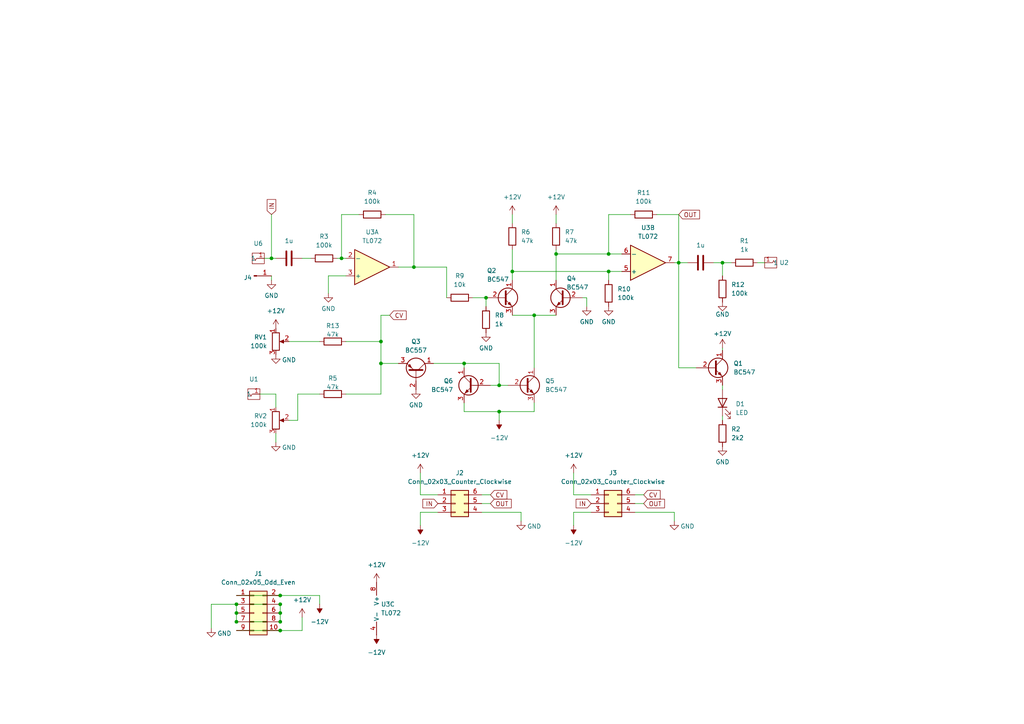
<source format=kicad_sch>
(kicad_sch
	(version 20250114)
	(generator "eeschema")
	(generator_version "9.0")
	(uuid "e273f793-c0ea-4439-881c-d7a776221f10")
	(paper "A4")
	(lib_symbols
		(symbol "Amplifier_Operational:TL072"
			(pin_names
				(offset 0.127)
			)
			(exclude_from_sim no)
			(in_bom yes)
			(on_board yes)
			(property "Reference" "U"
				(at 0 5.08 0)
				(effects
					(font
						(size 1.27 1.27)
					)
					(justify left)
				)
			)
			(property "Value" "TL072"
				(at 0 -5.08 0)
				(effects
					(font
						(size 1.27 1.27)
					)
					(justify left)
				)
			)
			(property "Footprint" ""
				(at 0 0 0)
				(effects
					(font
						(size 1.27 1.27)
					)
					(hide yes)
				)
			)
			(property "Datasheet" "http://www.ti.com/lit/ds/symlink/tl071.pdf"
				(at 0 0 0)
				(effects
					(font
						(size 1.27 1.27)
					)
					(hide yes)
				)
			)
			(property "Description" "Dual Low-Noise JFET-Input Operational Amplifiers, DIP-8/SOIC-8"
				(at 0 0 0)
				(effects
					(font
						(size 1.27 1.27)
					)
					(hide yes)
				)
			)
			(property "ki_locked" ""
				(at 0 0 0)
				(effects
					(font
						(size 1.27 1.27)
					)
				)
			)
			(property "ki_keywords" "dual opamp"
				(at 0 0 0)
				(effects
					(font
						(size 1.27 1.27)
					)
					(hide yes)
				)
			)
			(property "ki_fp_filters" "SOIC*3.9x4.9mm*P1.27mm* DIP*W7.62mm* TO*99* OnSemi*Micro8* TSSOP*3x3mm*P0.65mm* TSSOP*4.4x3mm*P0.65mm* MSOP*3x3mm*P0.65mm* SSOP*3.9x4.9mm*P0.635mm* LFCSP*2x2mm*P0.5mm* *SIP* SOIC*5.3x6.2mm*P1.27mm*"
				(at 0 0 0)
				(effects
					(font
						(size 1.27 1.27)
					)
					(hide yes)
				)
			)
			(symbol "TL072_1_1"
				(polyline
					(pts
						(xy -5.08 5.08) (xy 5.08 0) (xy -5.08 -5.08) (xy -5.08 5.08)
					)
					(stroke
						(width 0.254)
						(type default)
					)
					(fill
						(type background)
					)
				)
				(pin input line
					(at -7.62 2.54 0)
					(length 2.54)
					(name "+"
						(effects
							(font
								(size 1.27 1.27)
							)
						)
					)
					(number "3"
						(effects
							(font
								(size 1.27 1.27)
							)
						)
					)
				)
				(pin input line
					(at -7.62 -2.54 0)
					(length 2.54)
					(name "-"
						(effects
							(font
								(size 1.27 1.27)
							)
						)
					)
					(number "2"
						(effects
							(font
								(size 1.27 1.27)
							)
						)
					)
				)
				(pin output line
					(at 7.62 0 180)
					(length 2.54)
					(name "~"
						(effects
							(font
								(size 1.27 1.27)
							)
						)
					)
					(number "1"
						(effects
							(font
								(size 1.27 1.27)
							)
						)
					)
				)
			)
			(symbol "TL072_2_1"
				(polyline
					(pts
						(xy -5.08 5.08) (xy 5.08 0) (xy -5.08 -5.08) (xy -5.08 5.08)
					)
					(stroke
						(width 0.254)
						(type default)
					)
					(fill
						(type background)
					)
				)
				(pin input line
					(at -7.62 2.54 0)
					(length 2.54)
					(name "+"
						(effects
							(font
								(size 1.27 1.27)
							)
						)
					)
					(number "5"
						(effects
							(font
								(size 1.27 1.27)
							)
						)
					)
				)
				(pin input line
					(at -7.62 -2.54 0)
					(length 2.54)
					(name "-"
						(effects
							(font
								(size 1.27 1.27)
							)
						)
					)
					(number "6"
						(effects
							(font
								(size 1.27 1.27)
							)
						)
					)
				)
				(pin output line
					(at 7.62 0 180)
					(length 2.54)
					(name "~"
						(effects
							(font
								(size 1.27 1.27)
							)
						)
					)
					(number "7"
						(effects
							(font
								(size 1.27 1.27)
							)
						)
					)
				)
			)
			(symbol "TL072_3_1"
				(pin power_in line
					(at -2.54 7.62 270)
					(length 3.81)
					(name "V+"
						(effects
							(font
								(size 1.27 1.27)
							)
						)
					)
					(number "8"
						(effects
							(font
								(size 1.27 1.27)
							)
						)
					)
				)
				(pin power_in line
					(at -2.54 -7.62 90)
					(length 3.81)
					(name "V-"
						(effects
							(font
								(size 1.27 1.27)
							)
						)
					)
					(number "4"
						(effects
							(font
								(size 1.27 1.27)
							)
						)
					)
				)
			)
			(embedded_fonts no)
		)
		(symbol "Connector:Conn_01x01_Pin"
			(pin_names
				(offset 1.016)
				(hide yes)
			)
			(exclude_from_sim no)
			(in_bom yes)
			(on_board yes)
			(property "Reference" "J"
				(at 0 2.54 0)
				(effects
					(font
						(size 1.27 1.27)
					)
				)
			)
			(property "Value" "Conn_01x01_Pin"
				(at 0 -2.54 0)
				(effects
					(font
						(size 1.27 1.27)
					)
				)
			)
			(property "Footprint" ""
				(at 0 0 0)
				(effects
					(font
						(size 1.27 1.27)
					)
					(hide yes)
				)
			)
			(property "Datasheet" "~"
				(at 0 0 0)
				(effects
					(font
						(size 1.27 1.27)
					)
					(hide yes)
				)
			)
			(property "Description" "Generic connector, single row, 01x01, script generated"
				(at 0 0 0)
				(effects
					(font
						(size 1.27 1.27)
					)
					(hide yes)
				)
			)
			(property "ki_locked" ""
				(at 0 0 0)
				(effects
					(font
						(size 1.27 1.27)
					)
				)
			)
			(property "ki_keywords" "connector"
				(at 0 0 0)
				(effects
					(font
						(size 1.27 1.27)
					)
					(hide yes)
				)
			)
			(property "ki_fp_filters" "Connector*:*_1x??_*"
				(at 0 0 0)
				(effects
					(font
						(size 1.27 1.27)
					)
					(hide yes)
				)
			)
			(symbol "Conn_01x01_Pin_1_1"
				(rectangle
					(start 0.8636 0.127)
					(end 0 -0.127)
					(stroke
						(width 0.1524)
						(type default)
					)
					(fill
						(type outline)
					)
				)
				(polyline
					(pts
						(xy 1.27 0) (xy 0.8636 0)
					)
					(stroke
						(width 0.1524)
						(type default)
					)
					(fill
						(type none)
					)
				)
				(pin passive line
					(at 5.08 0 180)
					(length 3.81)
					(name "Pin_1"
						(effects
							(font
								(size 1.27 1.27)
							)
						)
					)
					(number "1"
						(effects
							(font
								(size 1.27 1.27)
							)
						)
					)
				)
			)
			(embedded_fonts no)
		)
		(symbol "Connector_Generic:Conn_02x03_Counter_Clockwise"
			(pin_names
				(offset 1.016)
				(hide yes)
			)
			(exclude_from_sim no)
			(in_bom yes)
			(on_board yes)
			(property "Reference" "J"
				(at 1.27 5.08 0)
				(effects
					(font
						(size 1.27 1.27)
					)
				)
			)
			(property "Value" "Conn_02x03_Counter_Clockwise"
				(at 1.27 -5.08 0)
				(effects
					(font
						(size 1.27 1.27)
					)
				)
			)
			(property "Footprint" ""
				(at 0 0 0)
				(effects
					(font
						(size 1.27 1.27)
					)
					(hide yes)
				)
			)
			(property "Datasheet" "~"
				(at 0 0 0)
				(effects
					(font
						(size 1.27 1.27)
					)
					(hide yes)
				)
			)
			(property "Description" "Generic connector, double row, 02x03, counter clockwise pin numbering scheme (similar to DIP package numbering), script generated (kicad-library-utils/schlib/autogen/connector/)"
				(at 0 0 0)
				(effects
					(font
						(size 1.27 1.27)
					)
					(hide yes)
				)
			)
			(property "ki_keywords" "connector"
				(at 0 0 0)
				(effects
					(font
						(size 1.27 1.27)
					)
					(hide yes)
				)
			)
			(property "ki_fp_filters" "Connector*:*_2x??_*"
				(at 0 0 0)
				(effects
					(font
						(size 1.27 1.27)
					)
					(hide yes)
				)
			)
			(symbol "Conn_02x03_Counter_Clockwise_1_1"
				(rectangle
					(start -1.27 3.81)
					(end 3.81 -3.81)
					(stroke
						(width 0.254)
						(type default)
					)
					(fill
						(type background)
					)
				)
				(rectangle
					(start -1.27 2.667)
					(end 0 2.413)
					(stroke
						(width 0.1524)
						(type default)
					)
					(fill
						(type none)
					)
				)
				(rectangle
					(start -1.27 0.127)
					(end 0 -0.127)
					(stroke
						(width 0.1524)
						(type default)
					)
					(fill
						(type none)
					)
				)
				(rectangle
					(start -1.27 -2.413)
					(end 0 -2.667)
					(stroke
						(width 0.1524)
						(type default)
					)
					(fill
						(type none)
					)
				)
				(rectangle
					(start 3.81 2.667)
					(end 2.54 2.413)
					(stroke
						(width 0.1524)
						(type default)
					)
					(fill
						(type none)
					)
				)
				(rectangle
					(start 3.81 0.127)
					(end 2.54 -0.127)
					(stroke
						(width 0.1524)
						(type default)
					)
					(fill
						(type none)
					)
				)
				(rectangle
					(start 3.81 -2.413)
					(end 2.54 -2.667)
					(stroke
						(width 0.1524)
						(type default)
					)
					(fill
						(type none)
					)
				)
				(pin passive line
					(at -5.08 2.54 0)
					(length 3.81)
					(name "Pin_1"
						(effects
							(font
								(size 1.27 1.27)
							)
						)
					)
					(number "1"
						(effects
							(font
								(size 1.27 1.27)
							)
						)
					)
				)
				(pin passive line
					(at -5.08 0 0)
					(length 3.81)
					(name "Pin_2"
						(effects
							(font
								(size 1.27 1.27)
							)
						)
					)
					(number "2"
						(effects
							(font
								(size 1.27 1.27)
							)
						)
					)
				)
				(pin passive line
					(at -5.08 -2.54 0)
					(length 3.81)
					(name "Pin_3"
						(effects
							(font
								(size 1.27 1.27)
							)
						)
					)
					(number "3"
						(effects
							(font
								(size 1.27 1.27)
							)
						)
					)
				)
				(pin passive line
					(at 7.62 2.54 180)
					(length 3.81)
					(name "Pin_6"
						(effects
							(font
								(size 1.27 1.27)
							)
						)
					)
					(number "6"
						(effects
							(font
								(size 1.27 1.27)
							)
						)
					)
				)
				(pin passive line
					(at 7.62 0 180)
					(length 3.81)
					(name "Pin_5"
						(effects
							(font
								(size 1.27 1.27)
							)
						)
					)
					(number "5"
						(effects
							(font
								(size 1.27 1.27)
							)
						)
					)
				)
				(pin passive line
					(at 7.62 -2.54 180)
					(length 3.81)
					(name "Pin_4"
						(effects
							(font
								(size 1.27 1.27)
							)
						)
					)
					(number "4"
						(effects
							(font
								(size 1.27 1.27)
							)
						)
					)
				)
			)
			(embedded_fonts no)
		)
		(symbol "Connector_Generic:Conn_02x05_Odd_Even"
			(pin_names
				(offset 1.016)
				(hide yes)
			)
			(exclude_from_sim no)
			(in_bom yes)
			(on_board yes)
			(property "Reference" "J"
				(at 1.27 7.62 0)
				(effects
					(font
						(size 1.27 1.27)
					)
				)
			)
			(property "Value" "Conn_02x05_Odd_Even"
				(at 1.27 -7.62 0)
				(effects
					(font
						(size 1.27 1.27)
					)
				)
			)
			(property "Footprint" ""
				(at 0 0 0)
				(effects
					(font
						(size 1.27 1.27)
					)
					(hide yes)
				)
			)
			(property "Datasheet" "~"
				(at 0 0 0)
				(effects
					(font
						(size 1.27 1.27)
					)
					(hide yes)
				)
			)
			(property "Description" "Generic connector, double row, 02x05, odd/even pin numbering scheme (row 1 odd numbers, row 2 even numbers), script generated (kicad-library-utils/schlib/autogen/connector/)"
				(at 0 0 0)
				(effects
					(font
						(size 1.27 1.27)
					)
					(hide yes)
				)
			)
			(property "ki_keywords" "connector"
				(at 0 0 0)
				(effects
					(font
						(size 1.27 1.27)
					)
					(hide yes)
				)
			)
			(property "ki_fp_filters" "Connector*:*_2x??_*"
				(at 0 0 0)
				(effects
					(font
						(size 1.27 1.27)
					)
					(hide yes)
				)
			)
			(symbol "Conn_02x05_Odd_Even_1_1"
				(rectangle
					(start -1.27 6.35)
					(end 3.81 -6.35)
					(stroke
						(width 0.254)
						(type default)
					)
					(fill
						(type background)
					)
				)
				(rectangle
					(start -1.27 5.207)
					(end 0 4.953)
					(stroke
						(width 0.1524)
						(type default)
					)
					(fill
						(type none)
					)
				)
				(rectangle
					(start -1.27 2.667)
					(end 0 2.413)
					(stroke
						(width 0.1524)
						(type default)
					)
					(fill
						(type none)
					)
				)
				(rectangle
					(start -1.27 0.127)
					(end 0 -0.127)
					(stroke
						(width 0.1524)
						(type default)
					)
					(fill
						(type none)
					)
				)
				(rectangle
					(start -1.27 -2.413)
					(end 0 -2.667)
					(stroke
						(width 0.1524)
						(type default)
					)
					(fill
						(type none)
					)
				)
				(rectangle
					(start -1.27 -4.953)
					(end 0 -5.207)
					(stroke
						(width 0.1524)
						(type default)
					)
					(fill
						(type none)
					)
				)
				(rectangle
					(start 3.81 5.207)
					(end 2.54 4.953)
					(stroke
						(width 0.1524)
						(type default)
					)
					(fill
						(type none)
					)
				)
				(rectangle
					(start 3.81 2.667)
					(end 2.54 2.413)
					(stroke
						(width 0.1524)
						(type default)
					)
					(fill
						(type none)
					)
				)
				(rectangle
					(start 3.81 0.127)
					(end 2.54 -0.127)
					(stroke
						(width 0.1524)
						(type default)
					)
					(fill
						(type none)
					)
				)
				(rectangle
					(start 3.81 -2.413)
					(end 2.54 -2.667)
					(stroke
						(width 0.1524)
						(type default)
					)
					(fill
						(type none)
					)
				)
				(rectangle
					(start 3.81 -4.953)
					(end 2.54 -5.207)
					(stroke
						(width 0.1524)
						(type default)
					)
					(fill
						(type none)
					)
				)
				(pin passive line
					(at -5.08 5.08 0)
					(length 3.81)
					(name "Pin_1"
						(effects
							(font
								(size 1.27 1.27)
							)
						)
					)
					(number "1"
						(effects
							(font
								(size 1.27 1.27)
							)
						)
					)
				)
				(pin passive line
					(at -5.08 2.54 0)
					(length 3.81)
					(name "Pin_3"
						(effects
							(font
								(size 1.27 1.27)
							)
						)
					)
					(number "3"
						(effects
							(font
								(size 1.27 1.27)
							)
						)
					)
				)
				(pin passive line
					(at -5.08 0 0)
					(length 3.81)
					(name "Pin_5"
						(effects
							(font
								(size 1.27 1.27)
							)
						)
					)
					(number "5"
						(effects
							(font
								(size 1.27 1.27)
							)
						)
					)
				)
				(pin passive line
					(at -5.08 -2.54 0)
					(length 3.81)
					(name "Pin_7"
						(effects
							(font
								(size 1.27 1.27)
							)
						)
					)
					(number "7"
						(effects
							(font
								(size 1.27 1.27)
							)
						)
					)
				)
				(pin passive line
					(at -5.08 -5.08 0)
					(length 3.81)
					(name "Pin_9"
						(effects
							(font
								(size 1.27 1.27)
							)
						)
					)
					(number "9"
						(effects
							(font
								(size 1.27 1.27)
							)
						)
					)
				)
				(pin passive line
					(at 7.62 5.08 180)
					(length 3.81)
					(name "Pin_2"
						(effects
							(font
								(size 1.27 1.27)
							)
						)
					)
					(number "2"
						(effects
							(font
								(size 1.27 1.27)
							)
						)
					)
				)
				(pin passive line
					(at 7.62 2.54 180)
					(length 3.81)
					(name "Pin_4"
						(effects
							(font
								(size 1.27 1.27)
							)
						)
					)
					(number "4"
						(effects
							(font
								(size 1.27 1.27)
							)
						)
					)
				)
				(pin passive line
					(at 7.62 0 180)
					(length 3.81)
					(name "Pin_6"
						(effects
							(font
								(size 1.27 1.27)
							)
						)
					)
					(number "6"
						(effects
							(font
								(size 1.27 1.27)
							)
						)
					)
				)
				(pin passive line
					(at 7.62 -2.54 180)
					(length 3.81)
					(name "Pin_8"
						(effects
							(font
								(size 1.27 1.27)
							)
						)
					)
					(number "8"
						(effects
							(font
								(size 1.27 1.27)
							)
						)
					)
				)
				(pin passive line
					(at 7.62 -5.08 180)
					(length 3.81)
					(name "Pin_10"
						(effects
							(font
								(size 1.27 1.27)
							)
						)
					)
					(number "10"
						(effects
							(font
								(size 1.27 1.27)
							)
						)
					)
				)
			)
			(embedded_fonts no)
		)
		(symbol "Device:C"
			(pin_numbers
				(hide yes)
			)
			(pin_names
				(offset 0.254)
			)
			(exclude_from_sim no)
			(in_bom yes)
			(on_board yes)
			(property "Reference" "C"
				(at 0.635 2.54 0)
				(effects
					(font
						(size 1.27 1.27)
					)
					(justify left)
				)
			)
			(property "Value" "C"
				(at 0.635 -2.54 0)
				(effects
					(font
						(size 1.27 1.27)
					)
					(justify left)
				)
			)
			(property "Footprint" ""
				(at 0.9652 -3.81 0)
				(effects
					(font
						(size 1.27 1.27)
					)
					(hide yes)
				)
			)
			(property "Datasheet" "~"
				(at 0 0 0)
				(effects
					(font
						(size 1.27 1.27)
					)
					(hide yes)
				)
			)
			(property "Description" "Unpolarized capacitor"
				(at 0 0 0)
				(effects
					(font
						(size 1.27 1.27)
					)
					(hide yes)
				)
			)
			(property "ki_keywords" "cap capacitor"
				(at 0 0 0)
				(effects
					(font
						(size 1.27 1.27)
					)
					(hide yes)
				)
			)
			(property "ki_fp_filters" "C_*"
				(at 0 0 0)
				(effects
					(font
						(size 1.27 1.27)
					)
					(hide yes)
				)
			)
			(symbol "C_0_1"
				(polyline
					(pts
						(xy -2.032 0.762) (xy 2.032 0.762)
					)
					(stroke
						(width 0.508)
						(type default)
					)
					(fill
						(type none)
					)
				)
				(polyline
					(pts
						(xy -2.032 -0.762) (xy 2.032 -0.762)
					)
					(stroke
						(width 0.508)
						(type default)
					)
					(fill
						(type none)
					)
				)
			)
			(symbol "C_1_1"
				(pin passive line
					(at 0 3.81 270)
					(length 2.794)
					(name "~"
						(effects
							(font
								(size 1.27 1.27)
							)
						)
					)
					(number "1"
						(effects
							(font
								(size 1.27 1.27)
							)
						)
					)
				)
				(pin passive line
					(at 0 -3.81 90)
					(length 2.794)
					(name "~"
						(effects
							(font
								(size 1.27 1.27)
							)
						)
					)
					(number "2"
						(effects
							(font
								(size 1.27 1.27)
							)
						)
					)
				)
			)
			(embedded_fonts no)
		)
		(symbol "Device:LED"
			(pin_numbers
				(hide yes)
			)
			(pin_names
				(offset 1.016)
				(hide yes)
			)
			(exclude_from_sim no)
			(in_bom yes)
			(on_board yes)
			(property "Reference" "D"
				(at 0 2.54 0)
				(effects
					(font
						(size 1.27 1.27)
					)
				)
			)
			(property "Value" "LED"
				(at 0 -2.54 0)
				(effects
					(font
						(size 1.27 1.27)
					)
				)
			)
			(property "Footprint" ""
				(at 0 0 0)
				(effects
					(font
						(size 1.27 1.27)
					)
					(hide yes)
				)
			)
			(property "Datasheet" "~"
				(at 0 0 0)
				(effects
					(font
						(size 1.27 1.27)
					)
					(hide yes)
				)
			)
			(property "Description" "Light emitting diode"
				(at 0 0 0)
				(effects
					(font
						(size 1.27 1.27)
					)
					(hide yes)
				)
			)
			(property "Sim.Pins" "1=K 2=A"
				(at 0 0 0)
				(effects
					(font
						(size 1.27 1.27)
					)
					(hide yes)
				)
			)
			(property "ki_keywords" "LED diode"
				(at 0 0 0)
				(effects
					(font
						(size 1.27 1.27)
					)
					(hide yes)
				)
			)
			(property "ki_fp_filters" "LED* LED_SMD:* LED_THT:*"
				(at 0 0 0)
				(effects
					(font
						(size 1.27 1.27)
					)
					(hide yes)
				)
			)
			(symbol "LED_0_1"
				(polyline
					(pts
						(xy -3.048 -0.762) (xy -4.572 -2.286) (xy -3.81 -2.286) (xy -4.572 -2.286) (xy -4.572 -1.524)
					)
					(stroke
						(width 0)
						(type default)
					)
					(fill
						(type none)
					)
				)
				(polyline
					(pts
						(xy -1.778 -0.762) (xy -3.302 -2.286) (xy -2.54 -2.286) (xy -3.302 -2.286) (xy -3.302 -1.524)
					)
					(stroke
						(width 0)
						(type default)
					)
					(fill
						(type none)
					)
				)
				(polyline
					(pts
						(xy -1.27 0) (xy 1.27 0)
					)
					(stroke
						(width 0)
						(type default)
					)
					(fill
						(type none)
					)
				)
				(polyline
					(pts
						(xy -1.27 -1.27) (xy -1.27 1.27)
					)
					(stroke
						(width 0.254)
						(type default)
					)
					(fill
						(type none)
					)
				)
				(polyline
					(pts
						(xy 1.27 -1.27) (xy 1.27 1.27) (xy -1.27 0) (xy 1.27 -1.27)
					)
					(stroke
						(width 0.254)
						(type default)
					)
					(fill
						(type none)
					)
				)
			)
			(symbol "LED_1_1"
				(pin passive line
					(at -3.81 0 0)
					(length 2.54)
					(name "K"
						(effects
							(font
								(size 1.27 1.27)
							)
						)
					)
					(number "1"
						(effects
							(font
								(size 1.27 1.27)
							)
						)
					)
				)
				(pin passive line
					(at 3.81 0 180)
					(length 2.54)
					(name "A"
						(effects
							(font
								(size 1.27 1.27)
							)
						)
					)
					(number "2"
						(effects
							(font
								(size 1.27 1.27)
							)
						)
					)
				)
			)
			(embedded_fonts no)
		)
		(symbol "Device:R"
			(pin_numbers
				(hide yes)
			)
			(pin_names
				(offset 0)
			)
			(exclude_from_sim no)
			(in_bom yes)
			(on_board yes)
			(property "Reference" "R"
				(at 2.032 0 90)
				(effects
					(font
						(size 1.27 1.27)
					)
				)
			)
			(property "Value" "R"
				(at 0 0 90)
				(effects
					(font
						(size 1.27 1.27)
					)
				)
			)
			(property "Footprint" ""
				(at -1.778 0 90)
				(effects
					(font
						(size 1.27 1.27)
					)
					(hide yes)
				)
			)
			(property "Datasheet" "~"
				(at 0 0 0)
				(effects
					(font
						(size 1.27 1.27)
					)
					(hide yes)
				)
			)
			(property "Description" "Resistor"
				(at 0 0 0)
				(effects
					(font
						(size 1.27 1.27)
					)
					(hide yes)
				)
			)
			(property "ki_keywords" "R res resistor"
				(at 0 0 0)
				(effects
					(font
						(size 1.27 1.27)
					)
					(hide yes)
				)
			)
			(property "ki_fp_filters" "R_*"
				(at 0 0 0)
				(effects
					(font
						(size 1.27 1.27)
					)
					(hide yes)
				)
			)
			(symbol "R_0_1"
				(rectangle
					(start -1.016 -2.54)
					(end 1.016 2.54)
					(stroke
						(width 0.254)
						(type default)
					)
					(fill
						(type none)
					)
				)
			)
			(symbol "R_1_1"
				(pin passive line
					(at 0 3.81 270)
					(length 1.27)
					(name "~"
						(effects
							(font
								(size 1.27 1.27)
							)
						)
					)
					(number "1"
						(effects
							(font
								(size 1.27 1.27)
							)
						)
					)
				)
				(pin passive line
					(at 0 -3.81 90)
					(length 1.27)
					(name "~"
						(effects
							(font
								(size 1.27 1.27)
							)
						)
					)
					(number "2"
						(effects
							(font
								(size 1.27 1.27)
							)
						)
					)
				)
			)
			(embedded_fonts no)
		)
		(symbol "Device:R_Potentiometer"
			(pin_names
				(offset 1.016)
				(hide yes)
			)
			(exclude_from_sim no)
			(in_bom yes)
			(on_board yes)
			(property "Reference" "RV"
				(at -4.445 0 90)
				(effects
					(font
						(size 1.27 1.27)
					)
				)
			)
			(property "Value" "R_Potentiometer"
				(at -2.54 0 90)
				(effects
					(font
						(size 1.27 1.27)
					)
				)
			)
			(property "Footprint" ""
				(at 0 0 0)
				(effects
					(font
						(size 1.27 1.27)
					)
					(hide yes)
				)
			)
			(property "Datasheet" "~"
				(at 0 0 0)
				(effects
					(font
						(size 1.27 1.27)
					)
					(hide yes)
				)
			)
			(property "Description" "Potentiometer"
				(at 0 0 0)
				(effects
					(font
						(size 1.27 1.27)
					)
					(hide yes)
				)
			)
			(property "ki_keywords" "resistor variable"
				(at 0 0 0)
				(effects
					(font
						(size 1.27 1.27)
					)
					(hide yes)
				)
			)
			(property "ki_fp_filters" "Potentiometer*"
				(at 0 0 0)
				(effects
					(font
						(size 1.27 1.27)
					)
					(hide yes)
				)
			)
			(symbol "R_Potentiometer_0_1"
				(rectangle
					(start 1.016 2.54)
					(end -1.016 -2.54)
					(stroke
						(width 0.254)
						(type default)
					)
					(fill
						(type none)
					)
				)
				(polyline
					(pts
						(xy 1.143 0) (xy 2.286 0.508) (xy 2.286 -0.508) (xy 1.143 0)
					)
					(stroke
						(width 0)
						(type default)
					)
					(fill
						(type outline)
					)
				)
				(polyline
					(pts
						(xy 2.54 0) (xy 1.524 0)
					)
					(stroke
						(width 0)
						(type default)
					)
					(fill
						(type none)
					)
				)
			)
			(symbol "R_Potentiometer_1_1"
				(pin passive line
					(at 0 3.81 270)
					(length 1.27)
					(name "1"
						(effects
							(font
								(size 1.27 1.27)
							)
						)
					)
					(number "1"
						(effects
							(font
								(size 1.27 1.27)
							)
						)
					)
				)
				(pin passive line
					(at 0 -3.81 90)
					(length 1.27)
					(name "3"
						(effects
							(font
								(size 1.27 1.27)
							)
						)
					)
					(number "3"
						(effects
							(font
								(size 1.27 1.27)
							)
						)
					)
				)
				(pin passive line
					(at 3.81 0 180)
					(length 1.27)
					(name "2"
						(effects
							(font
								(size 1.27 1.27)
							)
						)
					)
					(number "2"
						(effects
							(font
								(size 1.27 1.27)
							)
						)
					)
				)
			)
			(embedded_fonts no)
		)
		(symbol "HEJ:Aux_flush"
			(exclude_from_sim no)
			(in_bom yes)
			(on_board yes)
			(property "Reference" "U"
				(at -0.0508 5.3848 0)
				(effects
					(font
						(size 1.27 1.27)
					)
				)
			)
			(property "Value" "Aux_flush"
				(at 0 3.5052 0)
				(effects
					(font
						(size 1.27 1.27)
					)
					(hide yes)
				)
			)
			(property "Footprint" ""
				(at 0 0 0)
				(effects
					(font
						(size 1.27 1.27)
					)
					(hide yes)
				)
			)
			(property "Datasheet" ""
				(at 0 0 0)
				(effects
					(font
						(size 1.27 1.27)
					)
					(hide yes)
				)
			)
			(property "Description" ""
				(at 0 0 0)
				(effects
					(font
						(size 1.27 1.27)
					)
					(hide yes)
				)
			)
			(symbol "Aux_flush_0_1"
				(rectangle
					(start -1.778 1.524)
					(end 1.7272 -1.5748)
					(stroke
						(width 0)
						(type default)
					)
					(fill
						(type none)
					)
				)
				(polyline
					(pts
						(xy -1.2192 0.0508) (xy -0.8636 -0.6604) (xy -0.5588 0) (xy 1.6764 0)
					)
					(stroke
						(width 0)
						(type default)
					)
					(fill
						(type none)
					)
				)
			)
			(symbol "Aux_flush_1_1"
				(pin bidirectional line
					(at 1.7272 0 180)
					(length 2)
					(name "1"
						(effects
							(font
								(size 1.27 1.27)
							)
						)
					)
					(number "1"
						(effects
							(font
								(size 1.27 1.27)
							)
						)
					)
				)
			)
			(embedded_fonts no)
		)
		(symbol "Transistor_BJT:BC547"
			(pin_names
				(offset 0)
				(hide yes)
			)
			(exclude_from_sim no)
			(in_bom yes)
			(on_board yes)
			(property "Reference" "Q"
				(at 5.08 1.905 0)
				(effects
					(font
						(size 1.27 1.27)
					)
					(justify left)
				)
			)
			(property "Value" "BC547"
				(at 5.08 0 0)
				(effects
					(font
						(size 1.27 1.27)
					)
					(justify left)
				)
			)
			(property "Footprint" "Package_TO_SOT_THT:TO-92_Inline"
				(at 5.08 -1.905 0)
				(effects
					(font
						(size 1.27 1.27)
						(italic yes)
					)
					(justify left)
					(hide yes)
				)
			)
			(property "Datasheet" "https://www.onsemi.com/pub/Collateral/BC550-D.pdf"
				(at 0 0 0)
				(effects
					(font
						(size 1.27 1.27)
					)
					(justify left)
					(hide yes)
				)
			)
			(property "Description" "0.1A Ic, 45V Vce, Small Signal NPN Transistor, TO-92"
				(at 0 0 0)
				(effects
					(font
						(size 1.27 1.27)
					)
					(hide yes)
				)
			)
			(property "ki_keywords" "NPN Transistor"
				(at 0 0 0)
				(effects
					(font
						(size 1.27 1.27)
					)
					(hide yes)
				)
			)
			(property "ki_fp_filters" "TO?92*"
				(at 0 0 0)
				(effects
					(font
						(size 1.27 1.27)
					)
					(hide yes)
				)
			)
			(symbol "BC547_0_1"
				(polyline
					(pts
						(xy 0 0) (xy 0.635 0)
					)
					(stroke
						(width 0)
						(type default)
					)
					(fill
						(type none)
					)
				)
				(polyline
					(pts
						(xy 0.635 1.905) (xy 0.635 -1.905) (xy 0.635 -1.905)
					)
					(stroke
						(width 0.508)
						(type default)
					)
					(fill
						(type none)
					)
				)
				(polyline
					(pts
						(xy 0.635 0.635) (xy 2.54 2.54)
					)
					(stroke
						(width 0)
						(type default)
					)
					(fill
						(type none)
					)
				)
				(polyline
					(pts
						(xy 0.635 -0.635) (xy 2.54 -2.54) (xy 2.54 -2.54)
					)
					(stroke
						(width 0)
						(type default)
					)
					(fill
						(type none)
					)
				)
				(circle
					(center 1.27 0)
					(radius 2.8194)
					(stroke
						(width 0.254)
						(type default)
					)
					(fill
						(type none)
					)
				)
				(polyline
					(pts
						(xy 1.27 -1.778) (xy 1.778 -1.27) (xy 2.286 -2.286) (xy 1.27 -1.778) (xy 1.27 -1.778)
					)
					(stroke
						(width 0)
						(type default)
					)
					(fill
						(type outline)
					)
				)
			)
			(symbol "BC547_1_1"
				(pin input line
					(at -5.08 0 0)
					(length 5.08)
					(name "B"
						(effects
							(font
								(size 1.27 1.27)
							)
						)
					)
					(number "2"
						(effects
							(font
								(size 1.27 1.27)
							)
						)
					)
				)
				(pin passive line
					(at 2.54 5.08 270)
					(length 2.54)
					(name "C"
						(effects
							(font
								(size 1.27 1.27)
							)
						)
					)
					(number "1"
						(effects
							(font
								(size 1.27 1.27)
							)
						)
					)
				)
				(pin passive line
					(at 2.54 -5.08 90)
					(length 2.54)
					(name "E"
						(effects
							(font
								(size 1.27 1.27)
							)
						)
					)
					(number "3"
						(effects
							(font
								(size 1.27 1.27)
							)
						)
					)
				)
			)
			(embedded_fonts no)
		)
		(symbol "Transistor_BJT:BC557"
			(pin_names
				(offset 0)
				(hide yes)
			)
			(exclude_from_sim no)
			(in_bom yes)
			(on_board yes)
			(property "Reference" "Q"
				(at 5.08 1.905 0)
				(effects
					(font
						(size 1.27 1.27)
					)
					(justify left)
				)
			)
			(property "Value" "BC557"
				(at 5.08 0 0)
				(effects
					(font
						(size 1.27 1.27)
					)
					(justify left)
				)
			)
			(property "Footprint" "Package_TO_SOT_THT:TO-92_Inline"
				(at 5.08 -1.905 0)
				(effects
					(font
						(size 1.27 1.27)
						(italic yes)
					)
					(justify left)
					(hide yes)
				)
			)
			(property "Datasheet" "https://www.onsemi.com/pub/Collateral/BC556BTA-D.pdf"
				(at 0 0 0)
				(effects
					(font
						(size 1.27 1.27)
					)
					(justify left)
					(hide yes)
				)
			)
			(property "Description" "0.1A Ic, 45V Vce, PNP Small Signal Transistor, TO-92"
				(at 0 0 0)
				(effects
					(font
						(size 1.27 1.27)
					)
					(hide yes)
				)
			)
			(property "ki_keywords" "PNP Transistor"
				(at 0 0 0)
				(effects
					(font
						(size 1.27 1.27)
					)
					(hide yes)
				)
			)
			(property "ki_fp_filters" "TO?92*"
				(at 0 0 0)
				(effects
					(font
						(size 1.27 1.27)
					)
					(hide yes)
				)
			)
			(symbol "BC557_0_1"
				(polyline
					(pts
						(xy -2.54 0) (xy 0.635 0)
					)
					(stroke
						(width 0)
						(type default)
					)
					(fill
						(type none)
					)
				)
				(polyline
					(pts
						(xy 0.635 1.905) (xy 0.635 -1.905)
					)
					(stroke
						(width 0.508)
						(type default)
					)
					(fill
						(type none)
					)
				)
				(polyline
					(pts
						(xy 0.635 0.635) (xy 2.54 2.54)
					)
					(stroke
						(width 0)
						(type default)
					)
					(fill
						(type none)
					)
				)
				(polyline
					(pts
						(xy 0.635 -0.635) (xy 2.54 -2.54)
					)
					(stroke
						(width 0)
						(type default)
					)
					(fill
						(type none)
					)
				)
				(circle
					(center 1.27 0)
					(radius 2.8194)
					(stroke
						(width 0.254)
						(type default)
					)
					(fill
						(type none)
					)
				)
				(polyline
					(pts
						(xy 2.286 -1.778) (xy 1.778 -2.286) (xy 1.27 -1.27) (xy 2.286 -1.778)
					)
					(stroke
						(width 0)
						(type default)
					)
					(fill
						(type outline)
					)
				)
			)
			(symbol "BC557_1_1"
				(pin input line
					(at -5.08 0 0)
					(length 2.54)
					(name "B"
						(effects
							(font
								(size 1.27 1.27)
							)
						)
					)
					(number "2"
						(effects
							(font
								(size 1.27 1.27)
							)
						)
					)
				)
				(pin passive line
					(at 2.54 5.08 270)
					(length 2.54)
					(name "C"
						(effects
							(font
								(size 1.27 1.27)
							)
						)
					)
					(number "1"
						(effects
							(font
								(size 1.27 1.27)
							)
						)
					)
				)
				(pin passive line
					(at 2.54 -5.08 90)
					(length 2.54)
					(name "E"
						(effects
							(font
								(size 1.27 1.27)
							)
						)
					)
					(number "3"
						(effects
							(font
								(size 1.27 1.27)
							)
						)
					)
				)
			)
			(embedded_fonts no)
		)
		(symbol "power:+12V"
			(power)
			(pin_names
				(offset 0)
			)
			(exclude_from_sim no)
			(in_bom yes)
			(on_board yes)
			(property "Reference" "#PWR"
				(at 0 -3.81 0)
				(effects
					(font
						(size 1.27 1.27)
					)
					(hide yes)
				)
			)
			(property "Value" "+12V"
				(at 0 3.556 0)
				(effects
					(font
						(size 1.27 1.27)
					)
				)
			)
			(property "Footprint" ""
				(at 0 0 0)
				(effects
					(font
						(size 1.27 1.27)
					)
					(hide yes)
				)
			)
			(property "Datasheet" ""
				(at 0 0 0)
				(effects
					(font
						(size 1.27 1.27)
					)
					(hide yes)
				)
			)
			(property "Description" "Power symbol creates a global label with name \"+12V\""
				(at 0 0 0)
				(effects
					(font
						(size 1.27 1.27)
					)
					(hide yes)
				)
			)
			(property "ki_keywords" "global power"
				(at 0 0 0)
				(effects
					(font
						(size 1.27 1.27)
					)
					(hide yes)
				)
			)
			(symbol "+12V_0_1"
				(polyline
					(pts
						(xy -0.762 1.27) (xy 0 2.54)
					)
					(stroke
						(width 0)
						(type default)
					)
					(fill
						(type none)
					)
				)
				(polyline
					(pts
						(xy 0 2.54) (xy 0.762 1.27)
					)
					(stroke
						(width 0)
						(type default)
					)
					(fill
						(type none)
					)
				)
				(polyline
					(pts
						(xy 0 0) (xy 0 2.54)
					)
					(stroke
						(width 0)
						(type default)
					)
					(fill
						(type none)
					)
				)
			)
			(symbol "+12V_1_1"
				(pin power_in line
					(at 0 0 90)
					(length 0)
					(hide yes)
					(name "+12V"
						(effects
							(font
								(size 1.27 1.27)
							)
						)
					)
					(number "1"
						(effects
							(font
								(size 1.27 1.27)
							)
						)
					)
				)
			)
			(embedded_fonts no)
		)
		(symbol "power:-12V"
			(power)
			(pin_numbers
				(hide yes)
			)
			(pin_names
				(offset 0)
				(hide yes)
			)
			(exclude_from_sim no)
			(in_bom yes)
			(on_board yes)
			(property "Reference" "#PWR"
				(at 0 -3.81 0)
				(effects
					(font
						(size 1.27 1.27)
					)
					(hide yes)
				)
			)
			(property "Value" "-12V"
				(at 0 3.556 0)
				(effects
					(font
						(size 1.27 1.27)
					)
				)
			)
			(property "Footprint" ""
				(at 0 0 0)
				(effects
					(font
						(size 1.27 1.27)
					)
					(hide yes)
				)
			)
			(property "Datasheet" ""
				(at 0 0 0)
				(effects
					(font
						(size 1.27 1.27)
					)
					(hide yes)
				)
			)
			(property "Description" "Power symbol creates a global label with name \"-12V\""
				(at 0 0 0)
				(effects
					(font
						(size 1.27 1.27)
					)
					(hide yes)
				)
			)
			(property "ki_keywords" "global power"
				(at 0 0 0)
				(effects
					(font
						(size 1.27 1.27)
					)
					(hide yes)
				)
			)
			(symbol "-12V_0_0"
				(pin power_in line
					(at 0 0 90)
					(length 0)
					(name "~"
						(effects
							(font
								(size 1.27 1.27)
							)
						)
					)
					(number "1"
						(effects
							(font
								(size 1.27 1.27)
							)
						)
					)
				)
			)
			(symbol "-12V_0_1"
				(polyline
					(pts
						(xy 0 0) (xy 0 1.27) (xy 0.762 1.27) (xy 0 2.54) (xy -0.762 1.27) (xy 0 1.27)
					)
					(stroke
						(width 0)
						(type default)
					)
					(fill
						(type outline)
					)
				)
			)
			(embedded_fonts no)
		)
		(symbol "power:GND"
			(power)
			(pin_names
				(offset 0)
			)
			(exclude_from_sim no)
			(in_bom yes)
			(on_board yes)
			(property "Reference" "#PWR"
				(at 0 -6.35 0)
				(effects
					(font
						(size 1.27 1.27)
					)
					(hide yes)
				)
			)
			(property "Value" "GND"
				(at 0 -3.81 0)
				(effects
					(font
						(size 1.27 1.27)
					)
				)
			)
			(property "Footprint" ""
				(at 0 0 0)
				(effects
					(font
						(size 1.27 1.27)
					)
					(hide yes)
				)
			)
			(property "Datasheet" ""
				(at 0 0 0)
				(effects
					(font
						(size 1.27 1.27)
					)
					(hide yes)
				)
			)
			(property "Description" "Power symbol creates a global label with name \"GND\" , ground"
				(at 0 0 0)
				(effects
					(font
						(size 1.27 1.27)
					)
					(hide yes)
				)
			)
			(property "ki_keywords" "global power"
				(at 0 0 0)
				(effects
					(font
						(size 1.27 1.27)
					)
					(hide yes)
				)
			)
			(symbol "GND_0_1"
				(polyline
					(pts
						(xy 0 0) (xy 0 -1.27) (xy 1.27 -1.27) (xy 0 -2.54) (xy -1.27 -1.27) (xy 0 -1.27)
					)
					(stroke
						(width 0)
						(type default)
					)
					(fill
						(type none)
					)
				)
			)
			(symbol "GND_1_1"
				(pin power_in line
					(at 0 0 270)
					(length 0)
					(hide yes)
					(name "GND"
						(effects
							(font
								(size 1.27 1.27)
							)
						)
					)
					(number "1"
						(effects
							(font
								(size 1.27 1.27)
							)
						)
					)
				)
			)
			(embedded_fonts no)
		)
	)
	(junction
		(at 176.53 78.74)
		(diameter 0)
		(color 0 0 0 0)
		(uuid "1ee6bac1-aa5e-462b-8968-d5243b0eeb1f")
	)
	(junction
		(at 99.06 74.93)
		(diameter 0)
		(color 0 0 0 0)
		(uuid "2cb270d4-514b-41ac-ae92-310e1b7b96da")
	)
	(junction
		(at 81.28 175.26)
		(diameter 0)
		(color 0 0 0 0)
		(uuid "37129a8f-5ca9-4421-bbe1-7192e7885cef")
	)
	(junction
		(at 78.74 74.93)
		(diameter 0)
		(color 0 0 0 0)
		(uuid "384c8988-3d41-4d2a-8193-e3d8a2498820")
	)
	(junction
		(at 154.94 91.44)
		(diameter 0)
		(color 0 0 0 0)
		(uuid "3e1281fe-e9c0-4611-ac82-e42ad3357c48")
	)
	(junction
		(at 81.28 177.8)
		(diameter 0)
		(color 0 0 0 0)
		(uuid "45775d32-9a65-4328-a25a-f05b88e55f15")
	)
	(junction
		(at 209.55 76.2)
		(diameter 0)
		(color 0 0 0 0)
		(uuid "51e0989a-e0e1-4e17-a339-631905263dce")
	)
	(junction
		(at 148.59 78.74)
		(diameter 0)
		(color 0 0 0 0)
		(uuid "6125d40a-848c-41da-aea0-4ff787e07efa")
	)
	(junction
		(at 144.78 119.38)
		(diameter 0)
		(color 0 0 0 0)
		(uuid "6b053e19-c6b7-4c9e-835e-7e142eea70da")
	)
	(junction
		(at 134.62 105.41)
		(diameter 0)
		(color 0 0 0 0)
		(uuid "6c5f31b0-842b-4224-949e-47583eb731e2")
	)
	(junction
		(at 161.29 73.66)
		(diameter 0)
		(color 0 0 0 0)
		(uuid "84c11f53-d8c3-427d-a356-81f39583dd8e")
	)
	(junction
		(at 81.28 182.88)
		(diameter 0)
		(color 0 0 0 0)
		(uuid "8a5d7863-39f1-4df5-ae20-0cb661ed8676")
	)
	(junction
		(at 196.85 76.2)
		(diameter 0)
		(color 0 0 0 0)
		(uuid "9b54e449-db12-424f-8d15-bc84c870b80d")
	)
	(junction
		(at 176.53 73.66)
		(diameter 0)
		(color 0 0 0 0)
		(uuid "a5575e28-e205-4849-9c53-042947614c6b")
	)
	(junction
		(at 81.28 172.72)
		(diameter 0)
		(color 0 0 0 0)
		(uuid "bccd2da8-ee20-490c-b07e-85bf75f2ee41")
	)
	(junction
		(at 68.58 175.26)
		(diameter 0)
		(color 0 0 0 0)
		(uuid "be66d37f-0d42-4e63-a9a7-8f0f17a494a8")
	)
	(junction
		(at 110.49 99.06)
		(diameter 0)
		(color 0 0 0 0)
		(uuid "c6657571-df99-4ce1-8d31-cd252173aa8b")
	)
	(junction
		(at 68.58 177.8)
		(diameter 0)
		(color 0 0 0 0)
		(uuid "cb9ef965-aa6b-4839-a82e-678c98c2e58a")
	)
	(junction
		(at 81.28 180.34)
		(diameter 0)
		(color 0 0 0 0)
		(uuid "e5c8234e-c22d-43eb-977f-55cb8437c43b")
	)
	(junction
		(at 68.58 180.34)
		(diameter 0)
		(color 0 0 0 0)
		(uuid "ec7dfc29-63df-44ff-a158-68981e58af8d")
	)
	(junction
		(at 110.49 105.41)
		(diameter 0)
		(color 0 0 0 0)
		(uuid "f39d522c-111f-420e-905e-35629b8f721e")
	)
	(junction
		(at 120.0472 77.47)
		(diameter 0)
		(color 0 0 0 0)
		(uuid "f568c2fb-1b5e-4ed0-a388-aa78d8435526")
	)
	(junction
		(at 140.97 86.36)
		(diameter 0)
		(color 0 0 0 0)
		(uuid "f65a8dbc-cb5d-4917-ac3d-efbbe5d8c224")
	)
	(junction
		(at 144.78 111.76)
		(diameter 0)
		(color 0 0 0 0)
		(uuid "fdee371b-623d-409d-af85-1620eea12ee9")
	)
	(wire
		(pts
			(xy 151.13 148.59) (xy 139.7 148.59)
		)
		(stroke
			(width 0)
			(type default)
		)
		(uuid "00ecb8ed-87a1-4612-b1b7-f9eba04226de")
	)
	(wire
		(pts
			(xy 209.55 101.6) (xy 209.55 100.965)
		)
		(stroke
			(width 0)
			(type default)
		)
		(uuid "01678ccf-232c-40f8-868c-a5fffba9e30d")
	)
	(wire
		(pts
			(xy 121.92 148.59) (xy 127 148.59)
		)
		(stroke
			(width 0)
			(type default)
		)
		(uuid "02869040-0043-491d-8f1b-322c7f218fc4")
	)
	(wire
		(pts
			(xy 120.0472 77.47) (xy 115.57 77.47)
		)
		(stroke
			(width 0)
			(type default)
		)
		(uuid "04d609aa-8b96-442a-9ac0-83aab754c246")
	)
	(wire
		(pts
			(xy 92.71 172.72) (xy 81.28 172.72)
		)
		(stroke
			(width 0)
			(type default)
		)
		(uuid "0a0cfb67-1f42-4f3a-a7ca-3739e7874408")
	)
	(wire
		(pts
			(xy 78.74 81.28) (xy 78.74 80.01)
		)
		(stroke
			(width 0)
			(type default)
		)
		(uuid "0c1d922c-4b55-4eae-9ec7-b6f8a013dce4")
	)
	(wire
		(pts
			(xy 134.62 119.38) (xy 134.62 116.84)
		)
		(stroke
			(width 0)
			(type default)
		)
		(uuid "137b3417-8a0a-46c6-944f-721389828a61")
	)
	(wire
		(pts
			(xy 61.2807 175.26) (xy 61.2807 182.1987)
		)
		(stroke
			(width 0)
			(type default)
		)
		(uuid "153a2b79-5249-48bd-be1e-4640592f8899")
	)
	(wire
		(pts
			(xy 125.73 105.41) (xy 134.62 105.41)
		)
		(stroke
			(width 0)
			(type default)
		)
		(uuid "15a96dc4-8c79-4999-b7a2-f33b4435757d")
	)
	(wire
		(pts
			(xy 154.94 106.68) (xy 154.94 91.44)
		)
		(stroke
			(width 0)
			(type default)
		)
		(uuid "173cb6f0-082f-478c-9c16-db4814c9afee")
	)
	(wire
		(pts
			(xy 209.55 113.03) (xy 209.55 111.76)
		)
		(stroke
			(width 0)
			(type default)
		)
		(uuid "1af58e8f-2fab-4c33-ae1a-55ef8501c2c1")
	)
	(wire
		(pts
			(xy 86.36 114.3) (xy 92.71 114.3)
		)
		(stroke
			(width 0)
			(type default)
		)
		(uuid "1efd40a2-2b55-4438-a312-3c2b7964db96")
	)
	(wire
		(pts
			(xy 81.28 177.8) (xy 81.28 180.34)
		)
		(stroke
			(width 0)
			(type default)
		)
		(uuid "1f8ca9c6-9a5b-45bf-8ed1-28566bd025d7")
	)
	(wire
		(pts
			(xy 92.71 175.26) (xy 92.71 172.72)
		)
		(stroke
			(width 0)
			(type default)
		)
		(uuid "256bcdb0-28fa-4442-96b7-f19942095577")
	)
	(wire
		(pts
			(xy 219.71 76.2) (xy 221.7928 76.2)
		)
		(stroke
			(width 0)
			(type default)
		)
		(uuid "26dd3f0c-b6ec-4622-92cc-8a2863c1e625")
	)
	(wire
		(pts
			(xy 144.78 111.76) (xy 147.32 111.76)
		)
		(stroke
			(width 0)
			(type default)
		)
		(uuid "28363cfc-8be9-47e2-9eb9-a9ab9296fe7c")
	)
	(wire
		(pts
			(xy 144.78 121.92) (xy 144.78 119.38)
		)
		(stroke
			(width 0)
			(type default)
		)
		(uuid "2afcc72a-e4a2-4e7f-b6be-65884824a97c")
	)
	(wire
		(pts
			(xy 111.76 62.23) (xy 120.0472 62.23)
		)
		(stroke
			(width 0)
			(type default)
		)
		(uuid "2b0ae440-8d86-44b7-ae24-0767fc90d206")
	)
	(wire
		(pts
			(xy 209.55 80.01) (xy 209.55 76.2)
		)
		(stroke
			(width 0)
			(type default)
		)
		(uuid "2e5cc872-28e6-400c-8955-bb563b940c07")
	)
	(wire
		(pts
			(xy 195.58 148.59) (xy 184.15 148.59)
		)
		(stroke
			(width 0)
			(type default)
		)
		(uuid "3130012e-2c54-4f72-ab53-ebe552248ad4")
	)
	(wire
		(pts
			(xy 195.58 151.13) (xy 195.58 148.59)
		)
		(stroke
			(width 0)
			(type default)
		)
		(uuid "322df0d2-1915-4706-823d-8bc8f51a1c0c")
	)
	(wire
		(pts
			(xy 121.92 152.4) (xy 121.92 148.59)
		)
		(stroke
			(width 0)
			(type default)
		)
		(uuid "35e5c29e-e780-4dad-9574-3d2a471d9fb7")
	)
	(wire
		(pts
			(xy 110.49 114.3) (xy 110.49 105.41)
		)
		(stroke
			(width 0)
			(type default)
		)
		(uuid "365ad997-7eb5-4b02-ba9e-17d186d84f4f")
	)
	(wire
		(pts
			(xy 176.53 78.74) (xy 148.59 78.74)
		)
		(stroke
			(width 0)
			(type default)
		)
		(uuid "367e1e4b-68ac-4286-9153-59d30e663ef0")
	)
	(wire
		(pts
			(xy 120.0472 62.23) (xy 120.0472 77.47)
		)
		(stroke
			(width 0)
			(type default)
		)
		(uuid "36b1fb9b-b6db-4438-9c12-b7ee29d7c171")
	)
	(wire
		(pts
			(xy 186.69 143.51) (xy 184.15 143.51)
		)
		(stroke
			(width 0)
			(type default)
		)
		(uuid "37465ed1-1fbe-46d6-8e47-1845e12fc2af")
	)
	(wire
		(pts
			(xy 110.49 91.44) (xy 110.49 99.06)
		)
		(stroke
			(width 0)
			(type default)
		)
		(uuid "37b7ba69-779c-489b-b16b-bc75e2f6d4f1")
	)
	(wire
		(pts
			(xy 110.49 105.41) (xy 115.57 105.41)
		)
		(stroke
			(width 0)
			(type default)
		)
		(uuid "3c1c25ed-bd25-464b-bf1f-f15b0e5cb5c6")
	)
	(wire
		(pts
			(xy 196.85 106.68) (xy 201.93 106.68)
		)
		(stroke
			(width 0)
			(type default)
		)
		(uuid "425054b0-aa04-4241-923b-6e5c86a8ab52")
	)
	(wire
		(pts
			(xy 176.53 73.66) (xy 161.29 73.66)
		)
		(stroke
			(width 0)
			(type default)
		)
		(uuid "430f30a8-b5e2-4f37-9e0a-4fc75713c870")
	)
	(wire
		(pts
			(xy 76.6572 74.93) (xy 78.74 74.93)
		)
		(stroke
			(width 0)
			(type default)
		)
		(uuid "44ba7bb4-7504-44bf-a723-7b59401a7025")
	)
	(wire
		(pts
			(xy 144.78 105.41) (xy 144.78 111.76)
		)
		(stroke
			(width 0)
			(type default)
		)
		(uuid "461bacfb-48ce-47a5-9c38-9f07802a9320")
	)
	(wire
		(pts
			(xy 148.59 64.77) (xy 148.59 62.23)
		)
		(stroke
			(width 0)
			(type default)
		)
		(uuid "46615633-aef6-4cc7-9f11-fedd3abb23ec")
	)
	(wire
		(pts
			(xy 148.59 78.74) (xy 148.59 81.28)
		)
		(stroke
			(width 0)
			(type default)
		)
		(uuid "467dabb2-dca9-4065-a605-b8232afd9247")
	)
	(wire
		(pts
			(xy 87.63 182.88) (xy 81.28 182.88)
		)
		(stroke
			(width 0)
			(type default)
		)
		(uuid "4dd67419-649e-4592-8893-bf84c567dea3")
	)
	(wire
		(pts
			(xy 142.24 111.76) (xy 144.78 111.76)
		)
		(stroke
			(width 0)
			(type default)
		)
		(uuid "5162495b-843e-4919-8365-cdb24894d758")
	)
	(wire
		(pts
			(xy 134.62 105.41) (xy 144.78 105.41)
		)
		(stroke
			(width 0)
			(type default)
		)
		(uuid "55e957b1-7aa8-43c7-b6b1-cd58598977c2")
	)
	(wire
		(pts
			(xy 110.49 99.06) (xy 110.49 105.41)
		)
		(stroke
			(width 0)
			(type default)
		)
		(uuid "5949249a-f3a1-4338-8b6b-790b1b3c0161")
	)
	(wire
		(pts
			(xy 97.79 74.93) (xy 99.06 74.93)
		)
		(stroke
			(width 0)
			(type default)
		)
		(uuid "59837d4c-bea0-4e80-ad36-8ccd5dec9130")
	)
	(wire
		(pts
			(xy 81.28 172.72) (xy 68.58 172.72)
		)
		(stroke
			(width 0)
			(type default)
		)
		(uuid "6056a4ad-2048-4722-90d0-9c8c80e37263")
	)
	(wire
		(pts
			(xy 68.58 180.34) (xy 81.28 180.34)
		)
		(stroke
			(width 0)
			(type default)
		)
		(uuid "6198f904-d8c9-450e-b36c-50339b707dc9")
	)
	(wire
		(pts
			(xy 161.29 73.66) (xy 161.29 81.28)
		)
		(stroke
			(width 0)
			(type default)
		)
		(uuid "6af1dc1f-0901-4d5e-b716-9f4da1e5d066")
	)
	(wire
		(pts
			(xy 100.33 114.3) (xy 110.49 114.3)
		)
		(stroke
			(width 0)
			(type default)
		)
		(uuid "6d81d110-a988-44af-8426-6dae341c8ec7")
	)
	(wire
		(pts
			(xy 78.74 74.93) (xy 80.01 74.93)
		)
		(stroke
			(width 0)
			(type default)
		)
		(uuid "6f338e3a-df1f-4d91-81d4-91014d3ecea9")
	)
	(wire
		(pts
			(xy 137.16 86.36) (xy 140.97 86.36)
		)
		(stroke
			(width 0)
			(type default)
		)
		(uuid "6f363c69-a50d-4241-afad-61b24f2c9c63")
	)
	(wire
		(pts
			(xy 166.37 152.4) (xy 166.37 148.59)
		)
		(stroke
			(width 0)
			(type default)
		)
		(uuid "7024e0c2-b8c0-4032-9e8b-b4bd4c3ce517")
	)
	(wire
		(pts
			(xy 170.18 88.9) (xy 170.18 86.36)
		)
		(stroke
			(width 0)
			(type default)
		)
		(uuid "740beb40-bf4f-4b92-922d-3a61a2ab8d37")
	)
	(wire
		(pts
			(xy 212.09 76.2) (xy 209.55 76.2)
		)
		(stroke
			(width 0)
			(type default)
		)
		(uuid "77db14be-464b-439e-80b4-83473ef3a7a3")
	)
	(wire
		(pts
			(xy 142.24 146.05) (xy 139.7 146.05)
		)
		(stroke
			(width 0)
			(type default)
		)
		(uuid "7ca3984b-1e74-4cc8-9869-ba1c5d63bb7e")
	)
	(wire
		(pts
			(xy 161.29 72.39) (xy 161.29 73.66)
		)
		(stroke
			(width 0)
			(type default)
		)
		(uuid "7fe9a150-f6e6-43c9-9dd2-88af00ad6bca")
	)
	(wire
		(pts
			(xy 68.58 182.88) (xy 81.28 182.88)
		)
		(stroke
			(width 0)
			(type default)
		)
		(uuid "84dc3479-2890-4bf8-b4b1-5d9ea6b73f89")
	)
	(wire
		(pts
			(xy 161.29 64.77) (xy 161.29 62.23)
		)
		(stroke
			(width 0)
			(type default)
		)
		(uuid "84e0414c-1f7e-4115-8c47-fa9c8cb55c43")
	)
	(wire
		(pts
			(xy 121.92 137.16) (xy 121.92 143.51)
		)
		(stroke
			(width 0)
			(type default)
		)
		(uuid "86971096-02dd-4da5-aff3-ab7ee22da555")
	)
	(wire
		(pts
			(xy 170.18 86.36) (xy 168.91 86.36)
		)
		(stroke
			(width 0)
			(type default)
		)
		(uuid "8975b453-83d4-42ab-b8e2-9d5cb933d2f5")
	)
	(wire
		(pts
			(xy 209.55 76.2) (xy 207.01 76.2)
		)
		(stroke
			(width 0)
			(type default)
		)
		(uuid "8c30781e-b5e5-4439-8edb-a8301a7d4255")
	)
	(wire
		(pts
			(xy 154.94 119.38) (xy 154.94 116.84)
		)
		(stroke
			(width 0)
			(type default)
		)
		(uuid "8d84c5a6-620b-42a1-a290-6b0c071c5fde")
	)
	(wire
		(pts
			(xy 86.36 121.92) (xy 86.36 114.3)
		)
		(stroke
			(width 0)
			(type default)
		)
		(uuid "8f55e3c4-7fae-4db6-8308-7734ef972058")
	)
	(wire
		(pts
			(xy 95.25 80.01) (xy 100.33 80.01)
		)
		(stroke
			(width 0)
			(type default)
		)
		(uuid "9027bbd3-f721-4c05-9a18-df6c604e69cf")
	)
	(wire
		(pts
			(xy 87.63 179.07) (xy 87.63 182.88)
		)
		(stroke
			(width 0)
			(type default)
		)
		(uuid "90e28623-9684-411d-ab16-1a91853761dc")
	)
	(wire
		(pts
			(xy 166.37 143.51) (xy 171.45 143.51)
		)
		(stroke
			(width 0)
			(type default)
		)
		(uuid "92c6042c-8b41-4089-9b78-4b822cc8e01d")
	)
	(wire
		(pts
			(xy 176.53 81.28) (xy 176.53 78.74)
		)
		(stroke
			(width 0)
			(type default)
		)
		(uuid "93bbb1eb-2d02-4100-b5da-14e128e32d97")
	)
	(wire
		(pts
			(xy 176.53 62.23) (xy 182.88 62.23)
		)
		(stroke
			(width 0)
			(type default)
		)
		(uuid "93fb4e16-ad22-4794-a892-a65801659b49")
	)
	(wire
		(pts
			(xy 68.58 177.8) (xy 68.58 180.34)
		)
		(stroke
			(width 0)
			(type default)
		)
		(uuid "976567ee-d67f-40b7-8ac5-d17c6edbeda8")
	)
	(wire
		(pts
			(xy 142.24 143.51) (xy 139.7 143.51)
		)
		(stroke
			(width 0)
			(type default)
		)
		(uuid "982bc983-726b-40f1-8446-17bdbe8a3117")
	)
	(wire
		(pts
			(xy 196.85 62.23) (xy 196.85 76.2)
		)
		(stroke
			(width 0)
			(type default)
		)
		(uuid "99c6eaa4-de7c-49be-bf4f-d5c960af9c5b")
	)
	(wire
		(pts
			(xy 190.5 62.23) (xy 196.85 62.23)
		)
		(stroke
			(width 0)
			(type default)
		)
		(uuid "9bd53d26-e1bc-4a3a-be36-8b7f3a17b21c")
	)
	(wire
		(pts
			(xy 140.97 88.9) (xy 140.97 86.36)
		)
		(stroke
			(width 0)
			(type default)
		)
		(uuid "9f42bafc-5612-44ca-b72c-5036025061c1")
	)
	(wire
		(pts
			(xy 186.69 146.05) (xy 184.15 146.05)
		)
		(stroke
			(width 0)
			(type default)
		)
		(uuid "a012bf32-14b6-448c-ab20-7b055b469e24")
	)
	(wire
		(pts
			(xy 166.37 137.16) (xy 166.37 143.51)
		)
		(stroke
			(width 0)
			(type default)
		)
		(uuid "a13b7b90-4a4c-449d-a11a-0fcb522e1be4")
	)
	(wire
		(pts
			(xy 68.58 175.26) (xy 68.58 177.8)
		)
		(stroke
			(width 0)
			(type default)
		)
		(uuid "a209e468-add3-4271-aacc-4da14276eca2")
	)
	(wire
		(pts
			(xy 83.82 121.92) (xy 86.36 121.92)
		)
		(stroke
			(width 0)
			(type default)
		)
		(uuid "a23c2d8d-0242-44f6-8d9a-55dfe31b3e76")
	)
	(wire
		(pts
			(xy 113.03 91.44) (xy 110.49 91.44)
		)
		(stroke
			(width 0)
			(type default)
		)
		(uuid "a3275f48-3894-4dc5-928b-0cbf7cb3d473")
	)
	(wire
		(pts
			(xy 151.13 151.13) (xy 151.13 148.59)
		)
		(stroke
			(width 0)
			(type default)
		)
		(uuid "ad7cc6ac-347b-446a-a64e-741771f6fb2e")
	)
	(wire
		(pts
			(xy 129.54 86.36) (xy 129.54 77.47)
		)
		(stroke
			(width 0)
			(type default)
		)
		(uuid "b20d63f0-f8db-4188-83b5-5e3d7e93e095")
	)
	(wire
		(pts
			(xy 80.01 128.27) (xy 80.01 125.73)
		)
		(stroke
			(width 0)
			(type default)
		)
		(uuid "b3322af6-e07b-40b9-be54-22a4a6c4ae8f")
	)
	(wire
		(pts
			(xy 176.53 73.66) (xy 176.53 62.23)
		)
		(stroke
			(width 0)
			(type default)
		)
		(uuid "b3403634-81ba-4792-b089-2ed2afcc8b85")
	)
	(wire
		(pts
			(xy 80.01 118.11) (xy 80.01 114.3)
		)
		(stroke
			(width 0)
			(type default)
		)
		(uuid "b48f0772-9313-4266-9b14-63ea8e3b1ba9")
	)
	(wire
		(pts
			(xy 81.28 175.26) (xy 81.28 177.8)
		)
		(stroke
			(width 0)
			(type default)
		)
		(uuid "b7dfb63a-ad0c-4f4d-b693-cdd69d85470a")
	)
	(wire
		(pts
			(xy 148.59 91.44) (xy 154.94 91.44)
		)
		(stroke
			(width 0)
			(type default)
		)
		(uuid "be323377-5d7c-4398-8635-5d653b794c4c")
	)
	(wire
		(pts
			(xy 134.62 105.41) (xy 134.62 106.68)
		)
		(stroke
			(width 0)
			(type default)
		)
		(uuid "c3003c18-f053-42f6-a898-cf80ee37a0f5")
	)
	(wire
		(pts
			(xy 180.34 78.74) (xy 176.53 78.74)
		)
		(stroke
			(width 0)
			(type default)
		)
		(uuid "c3141a41-f9d2-4f8a-b885-d04c67e87a60")
	)
	(wire
		(pts
			(xy 99.06 62.23) (xy 104.14 62.23)
		)
		(stroke
			(width 0)
			(type default)
		)
		(uuid "c45c36d6-7a71-4819-8df4-c8188a2e9b90")
	)
	(wire
		(pts
			(xy 78.74 62.23) (xy 78.74 74.93)
		)
		(stroke
			(width 0)
			(type default)
		)
		(uuid "c5b05ffa-616b-4b20-a377-b81de2a79725")
	)
	(wire
		(pts
			(xy 99.06 74.93) (xy 99.06 62.23)
		)
		(stroke
			(width 0)
			(type default)
		)
		(uuid "c99971af-d224-4f07-9029-603b6289aafa")
	)
	(wire
		(pts
			(xy 134.62 119.38) (xy 144.78 119.38)
		)
		(stroke
			(width 0)
			(type default)
		)
		(uuid "cb5b31f4-de14-450a-a604-a939e1e3e245")
	)
	(wire
		(pts
			(xy 166.37 148.59) (xy 171.45 148.59)
		)
		(stroke
			(width 0)
			(type default)
		)
		(uuid "cbe6bca5-bbb3-4dc8-aca7-f94c84e93358")
	)
	(wire
		(pts
			(xy 75.3872 114.3) (xy 80.01 114.3)
		)
		(stroke
			(width 0)
			(type default)
		)
		(uuid "cd88c765-c4a8-46ab-996c-05f45c87e8d1")
	)
	(wire
		(pts
			(xy 99.06 74.93) (xy 100.33 74.93)
		)
		(stroke
			(width 0)
			(type default)
		)
		(uuid "d03d9170-7b4b-40b3-b295-88dffb3c150b")
	)
	(wire
		(pts
			(xy 180.34 73.66) (xy 176.53 73.66)
		)
		(stroke
			(width 0)
			(type default)
		)
		(uuid "d567e335-8498-4b1d-a0b6-2fbce0e17525")
	)
	(wire
		(pts
			(xy 95.25 85.09) (xy 95.25 80.01)
		)
		(stroke
			(width 0)
			(type default)
		)
		(uuid "d5d0e0de-d992-48a4-9fd5-2406bf5f5dd4")
	)
	(wire
		(pts
			(xy 154.94 91.44) (xy 161.29 91.44)
		)
		(stroke
			(width 0)
			(type default)
		)
		(uuid "d89b22e4-2dc5-4731-be8e-7e797c3e5087")
	)
	(wire
		(pts
			(xy 68.58 175.26) (xy 61.2807 175.26)
		)
		(stroke
			(width 0)
			(type default)
		)
		(uuid "db5be499-7989-4a6f-aa80-140f61f1f76a")
	)
	(wire
		(pts
			(xy 144.78 119.38) (xy 154.94 119.38)
		)
		(stroke
			(width 0)
			(type default)
		)
		(uuid "dc203a0b-05dc-408c-867a-777564756db3")
	)
	(wire
		(pts
			(xy 148.59 72.39) (xy 148.59 78.74)
		)
		(stroke
			(width 0)
			(type default)
		)
		(uuid "e1ed2212-bbd1-48d4-9ebb-282d6dd23bcd")
	)
	(wire
		(pts
			(xy 129.54 77.47) (xy 120.0472 77.47)
		)
		(stroke
			(width 0)
			(type default)
		)
		(uuid "e1ffa5d0-4876-4204-814c-8ba389f57e3b")
	)
	(wire
		(pts
			(xy 121.92 143.51) (xy 127 143.51)
		)
		(stroke
			(width 0)
			(type default)
		)
		(uuid "e3009449-3eb3-46d8-8271-c90f86f8977e")
	)
	(wire
		(pts
			(xy 100.33 99.06) (xy 110.49 99.06)
		)
		(stroke
			(width 0)
			(type default)
		)
		(uuid "e4d36157-9d7c-479b-a7e7-ec89113a6ff1")
	)
	(wire
		(pts
			(xy 81.28 175.26) (xy 68.58 175.26)
		)
		(stroke
			(width 0)
			(type default)
		)
		(uuid "ebe4a0d8-149e-42ce-a3e2-449645b6b9fc")
	)
	(wire
		(pts
			(xy 209.55 121.92) (xy 209.55 120.65)
		)
		(stroke
			(width 0)
			(type default)
		)
		(uuid "f2aee5be-4fa8-44c3-acac-4781373ab33b")
	)
	(wire
		(pts
			(xy 196.85 76.2) (xy 199.39 76.2)
		)
		(stroke
			(width 0)
			(type default)
		)
		(uuid "f41f6857-0895-4fb3-8f10-7617ac8bf0bf")
	)
	(wire
		(pts
			(xy 196.85 76.2) (xy 196.85 106.68)
		)
		(stroke
			(width 0)
			(type default)
		)
		(uuid "f666f0be-af9a-4792-8307-50ef0d51bd10")
	)
	(wire
		(pts
			(xy 83.82 99.06) (xy 92.71 99.06)
		)
		(stroke
			(width 0)
			(type default)
		)
		(uuid "f898aa25-9cc1-4def-83b3-2e8e9b355e1f")
	)
	(wire
		(pts
			(xy 87.63 74.93) (xy 90.17 74.93)
		)
		(stroke
			(width 0)
			(type default)
		)
		(uuid "fc33dddf-025a-477a-8cba-2d2d76c48f34")
	)
	(wire
		(pts
			(xy 195.58 76.2) (xy 196.85 76.2)
		)
		(stroke
			(width 0)
			(type default)
		)
		(uuid "ff313f39-ae6e-43dd-8d03-b984d7a0b528")
	)
	(global_label "OUT"
		(shape input)
		(at 186.69 146.05 0)
		(fields_autoplaced yes)
		(effects
			(font
				(size 1.27 1.27)
			)
			(justify left)
		)
		(uuid "396b4ed9-97e9-493e-a03a-31e6b771edd7")
		(property "Intersheetrefs" "${INTERSHEET_REFS}"
			(at 193.3038 146.05 0)
			(effects
				(font
					(size 1.27 1.27)
				)
				(justify left)
				(hide yes)
			)
		)
	)
	(global_label "IN"
		(shape input)
		(at 78.74 62.23 90)
		(fields_autoplaced yes)
		(effects
			(font
				(size 1.27 1.27)
			)
			(justify left)
		)
		(uuid "433d8809-f1a2-40fa-b77b-486f82b474af")
		(property "Intersheetrefs" "${INTERSHEET_REFS}"
			(at 78.74 57.3095 90)
			(effects
				(font
					(size 1.27 1.27)
				)
				(justify left)
				(hide yes)
			)
		)
	)
	(global_label "CV"
		(shape input)
		(at 113.03 91.44 0)
		(fields_autoplaced yes)
		(effects
			(font
				(size 1.27 1.27)
			)
			(justify left)
		)
		(uuid "73053a48-ee78-4a79-a2ec-87a7d7f922ee")
		(property "Intersheetrefs" "${INTERSHEET_REFS}"
			(at 118.3738 91.44 0)
			(effects
				(font
					(size 1.27 1.27)
				)
				(justify left)
				(hide yes)
			)
		)
	)
	(global_label "IN"
		(shape input)
		(at 127 146.05 180)
		(fields_autoplaced yes)
		(effects
			(font
				(size 1.27 1.27)
			)
			(justify right)
		)
		(uuid "7b17e4e7-4353-478f-8a2b-71d095ff6610")
		(property "Intersheetrefs" "${INTERSHEET_REFS}"
			(at 122.0795 146.05 0)
			(effects
				(font
					(size 1.27 1.27)
				)
				(justify right)
				(hide yes)
			)
		)
	)
	(global_label "OUT"
		(shape input)
		(at 196.85 62.23 0)
		(fields_autoplaced yes)
		(effects
			(font
				(size 1.27 1.27)
			)
			(justify left)
		)
		(uuid "7e98f079-bee0-4630-990e-0969097e0882")
		(property "Intersheetrefs" "${INTERSHEET_REFS}"
			(at 203.4638 62.23 0)
			(effects
				(font
					(size 1.27 1.27)
				)
				(justify left)
				(hide yes)
			)
		)
	)
	(global_label "IN"
		(shape input)
		(at 171.45 146.05 180)
		(fields_autoplaced yes)
		(effects
			(font
				(size 1.27 1.27)
			)
			(justify right)
		)
		(uuid "93420b87-c0c0-4cbb-aa66-1df2a59699ce")
		(property "Intersheetrefs" "${INTERSHEET_REFS}"
			(at 166.5295 146.05 0)
			(effects
				(font
					(size 1.27 1.27)
				)
				(justify right)
				(hide yes)
			)
		)
	)
	(global_label "CV"
		(shape input)
		(at 186.69 143.51 0)
		(fields_autoplaced yes)
		(effects
			(font
				(size 1.27 1.27)
			)
			(justify left)
		)
		(uuid "bec2db3e-c1e0-472c-b35f-0853b4eba70d")
		(property "Intersheetrefs" "${INTERSHEET_REFS}"
			(at 192.0338 143.51 0)
			(effects
				(font
					(size 1.27 1.27)
				)
				(justify left)
				(hide yes)
			)
		)
	)
	(global_label "CV"
		(shape input)
		(at 142.24 143.51 0)
		(fields_autoplaced yes)
		(effects
			(font
				(size 1.27 1.27)
			)
			(justify left)
		)
		(uuid "c515d81b-6d8c-409f-8169-b971c4364b62")
		(property "Intersheetrefs" "${INTERSHEET_REFS}"
			(at 147.5838 143.51 0)
			(effects
				(font
					(size 1.27 1.27)
				)
				(justify left)
				(hide yes)
			)
		)
	)
	(global_label "OUT"
		(shape input)
		(at 142.24 146.05 0)
		(fields_autoplaced yes)
		(effects
			(font
				(size 1.27 1.27)
			)
			(justify left)
		)
		(uuid "eb37636a-611e-489e-b1ac-83818c53e7e5")
		(property "Intersheetrefs" "${INTERSHEET_REFS}"
			(at 148.8538 146.05 0)
			(effects
				(font
					(size 1.27 1.27)
				)
				(justify left)
				(hide yes)
			)
		)
	)
	(symbol
		(lib_id "Device:R")
		(at 96.52 114.3 90)
		(unit 1)
		(exclude_from_sim no)
		(in_bom yes)
		(on_board yes)
		(dnp no)
		(uuid "001e90cf-0e7d-4096-8448-680a1e43e649")
		(property "Reference" "R5"
			(at 96.52 109.728 90)
			(effects
				(font
					(size 1.27 1.27)
				)
			)
		)
		(property "Value" "47k"
			(at 96.52 112.268 90)
			(effects
				(font
					(size 1.27 1.27)
				)
			)
		)
		(property "Footprint" "Resistor_THT:R_Axial_DIN0207_L6.3mm_D2.5mm_P7.62mm_Horizontal"
			(at 96.52 116.078 90)
			(effects
				(font
					(size 1.27 1.27)
				)
				(hide yes)
			)
		)
		(property "Datasheet" "~"
			(at 96.52 114.3 0)
			(effects
				(font
					(size 1.27 1.27)
				)
				(hide yes)
			)
		)
		(property "Description" ""
			(at 96.52 114.3 0)
			(effects
				(font
					(size 1.27 1.27)
				)
			)
		)
		(pin "1"
			(uuid "0d8b28ab-0c23-488f-b60f-4b2703fb8204")
		)
		(pin "2"
			(uuid "b887b113-c45f-4e6d-b53d-9e3f8212ed6d")
		)
		(instances
			(project "LIN"
				(path "/e273f793-c0ea-4439-881c-d7a776221f10"
					(reference "R5")
					(unit 1)
				)
			)
		)
	)
	(symbol
		(lib_id "power:GND")
		(at 78.74 81.28 0)
		(unit 1)
		(exclude_from_sim no)
		(in_bom yes)
		(on_board yes)
		(dnp no)
		(fields_autoplaced yes)
		(uuid "041af7cf-9498-4004-8458-0b7af83183b3")
		(property "Reference" "#PWR026"
			(at 78.74 87.63 0)
			(effects
				(font
					(size 1.27 1.27)
				)
				(hide yes)
			)
		)
		(property "Value" "GND"
			(at 78.74 85.725 0)
			(effects
				(font
					(size 1.27 1.27)
				)
			)
		)
		(property "Footprint" ""
			(at 78.74 81.28 0)
			(effects
				(font
					(size 1.27 1.27)
				)
				(hide yes)
			)
		)
		(property "Datasheet" ""
			(at 78.74 81.28 0)
			(effects
				(font
					(size 1.27 1.27)
				)
				(hide yes)
			)
		)
		(property "Description" ""
			(at 78.74 81.28 0)
			(effects
				(font
					(size 1.27 1.27)
				)
			)
		)
		(pin "1"
			(uuid "ad60a881-ffe4-4124-9ad6-1710a010137f")
		)
		(instances
			(project "LIN"
				(path "/e273f793-c0ea-4439-881c-d7a776221f10"
					(reference "#PWR026")
					(unit 1)
				)
			)
		)
	)
	(symbol
		(lib_id "Connector:Conn_01x01_Pin")
		(at 73.66 80.01 0)
		(unit 1)
		(exclude_from_sim no)
		(in_bom yes)
		(on_board yes)
		(dnp no)
		(uuid "06713901-0596-48ab-93b4-05eb7026da14")
		(property "Reference" "J4"
			(at 71.882 80.518 0)
			(effects
				(font
					(size 1.27 1.27)
				)
			)
		)
		(property "Value" "Conn_01x01_Pin"
			(at 74.295 77.47 0)
			(effects
				(font
					(size 1.27 1.27)
				)
				(hide yes)
			)
		)
		(property "Footprint" "Connector_PinSocket_2.54mm:PinSocket_1x01_P2.54mm_Vertical"
			(at 73.66 80.01 0)
			(effects
				(font
					(size 1.27 1.27)
				)
				(hide yes)
			)
		)
		(property "Datasheet" "~"
			(at 73.66 80.01 0)
			(effects
				(font
					(size 1.27 1.27)
				)
				(hide yes)
			)
		)
		(property "Description" "Generic connector, single row, 01x01, script generated"
			(at 73.66 80.01 0)
			(effects
				(font
					(size 1.27 1.27)
				)
				(hide yes)
			)
		)
		(pin "1"
			(uuid "94b6d0a9-057f-4e24-adc8-97c75db47839")
		)
		(instances
			(project ""
				(path "/e273f793-c0ea-4439-881c-d7a776221f10"
					(reference "J4")
					(unit 1)
				)
			)
		)
	)
	(symbol
		(lib_id "power:+12V")
		(at 121.92 137.16 0)
		(unit 1)
		(exclude_from_sim no)
		(in_bom yes)
		(on_board yes)
		(dnp no)
		(fields_autoplaced yes)
		(uuid "0afa3f95-044b-4612-a393-3038b5b92fc1")
		(property "Reference" "#PWR017"
			(at 121.92 140.97 0)
			(effects
				(font
					(size 1.27 1.27)
				)
				(hide yes)
			)
		)
		(property "Value" "+12V"
			(at 121.92 132.08 0)
			(effects
				(font
					(size 1.27 1.27)
				)
			)
		)
		(property "Footprint" ""
			(at 121.92 137.16 0)
			(effects
				(font
					(size 1.27 1.27)
				)
				(hide yes)
			)
		)
		(property "Datasheet" ""
			(at 121.92 137.16 0)
			(effects
				(font
					(size 1.27 1.27)
				)
				(hide yes)
			)
		)
		(property "Description" ""
			(at 121.92 137.16 0)
			(effects
				(font
					(size 1.27 1.27)
				)
			)
		)
		(pin "1"
			(uuid "ad785e3f-6bb2-4ed0-906a-09db625be6a4")
		)
		(instances
			(project "LIN"
				(path "/e273f793-c0ea-4439-881c-d7a776221f10"
					(reference "#PWR017")
					(unit 1)
				)
			)
		)
	)
	(symbol
		(lib_id "power:GND")
		(at 80.01 128.27 0)
		(unit 1)
		(exclude_from_sim no)
		(in_bom yes)
		(on_board yes)
		(dnp no)
		(uuid "0b83165b-da06-43fb-ae66-fb23bed0825f")
		(property "Reference" "#PWR016"
			(at 80.01 134.62 0)
			(effects
				(font
					(size 1.27 1.27)
				)
				(hide yes)
			)
		)
		(property "Value" "GND"
			(at 83.82 129.794 0)
			(effects
				(font
					(size 1.27 1.27)
				)
			)
		)
		(property "Footprint" ""
			(at 80.01 128.27 0)
			(effects
				(font
					(size 1.27 1.27)
				)
				(hide yes)
			)
		)
		(property "Datasheet" ""
			(at 80.01 128.27 0)
			(effects
				(font
					(size 1.27 1.27)
				)
				(hide yes)
			)
		)
		(property "Description" ""
			(at 80.01 128.27 0)
			(effects
				(font
					(size 1.27 1.27)
				)
			)
		)
		(pin "1"
			(uuid "9aedde4c-0ed5-487e-8c26-10e7c4149122")
		)
		(instances
			(project "LIN"
				(path "/e273f793-c0ea-4439-881c-d7a776221f10"
					(reference "#PWR016")
					(unit 1)
				)
			)
		)
	)
	(symbol
		(lib_id "Transistor_BJT:BC547")
		(at 207.01 106.68 0)
		(unit 1)
		(exclude_from_sim no)
		(in_bom yes)
		(on_board yes)
		(dnp no)
		(fields_autoplaced yes)
		(uuid "0bdb069c-814c-4f0a-bcce-64c78a0e1080")
		(property "Reference" "Q1"
			(at 212.725 105.41 0)
			(effects
				(font
					(size 1.27 1.27)
				)
				(justify left)
			)
		)
		(property "Value" "BC547"
			(at 212.725 107.95 0)
			(effects
				(font
					(size 1.27 1.27)
				)
				(justify left)
			)
		)
		(property "Footprint" "Package_TO_SOT_THT:TO-92L_Wide"
			(at 212.09 108.585 0)
			(effects
				(font
					(size 1.27 1.27)
					(italic yes)
				)
				(justify left)
				(hide yes)
			)
		)
		(property "Datasheet" "https://www.onsemi.com/pub/Collateral/BC550-D.pdf"
			(at 207.01 106.68 0)
			(effects
				(font
					(size 1.27 1.27)
				)
				(justify left)
				(hide yes)
			)
		)
		(property "Description" ""
			(at 207.01 106.68 0)
			(effects
				(font
					(size 1.27 1.27)
				)
			)
		)
		(pin "1"
			(uuid "3bddf776-0de2-4b67-8350-50e74c36fe62")
		)
		(pin "2"
			(uuid "71318901-2d06-4041-9d28-310f89b4b960")
		)
		(pin "3"
			(uuid "096c3174-aa70-417f-82fd-4d6e6bf4f783")
		)
		(instances
			(project "LIN"
				(path "/e273f793-c0ea-4439-881c-d7a776221f10"
					(reference "Q1")
					(unit 1)
				)
			)
		)
	)
	(symbol
		(lib_id "power:GND")
		(at 80.01 102.87 0)
		(unit 1)
		(exclude_from_sim no)
		(in_bom yes)
		(on_board yes)
		(dnp no)
		(uuid "0c4294e1-2071-48c0-9ee0-f3a9fe8d2815")
		(property "Reference" "#PWR015"
			(at 80.01 109.22 0)
			(effects
				(font
					(size 1.27 1.27)
				)
				(hide yes)
			)
		)
		(property "Value" "GND"
			(at 83.82 104.394 0)
			(effects
				(font
					(size 1.27 1.27)
				)
			)
		)
		(property "Footprint" ""
			(at 80.01 102.87 0)
			(effects
				(font
					(size 1.27 1.27)
				)
				(hide yes)
			)
		)
		(property "Datasheet" ""
			(at 80.01 102.87 0)
			(effects
				(font
					(size 1.27 1.27)
				)
				(hide yes)
			)
		)
		(property "Description" ""
			(at 80.01 102.87 0)
			(effects
				(font
					(size 1.27 1.27)
				)
			)
		)
		(pin "1"
			(uuid "377d0a53-7bfe-4700-afcd-82ca21117925")
		)
		(instances
			(project "LIN"
				(path "/e273f793-c0ea-4439-881c-d7a776221f10"
					(reference "#PWR015")
					(unit 1)
				)
			)
		)
	)
	(symbol
		(lib_id "Transistor_BJT:BC557")
		(at 120.65 107.95 270)
		(mirror x)
		(unit 1)
		(exclude_from_sim no)
		(in_bom yes)
		(on_board yes)
		(dnp no)
		(fields_autoplaced yes)
		(uuid "0e7015dd-a3dd-48d8-9378-394525f795b1")
		(property "Reference" "Q3"
			(at 120.65 99.06 90)
			(effects
				(font
					(size 1.27 1.27)
				)
			)
		)
		(property "Value" "BC557"
			(at 120.65 101.6 90)
			(effects
				(font
					(size 1.27 1.27)
				)
			)
		)
		(property "Footprint" "Package_TO_SOT_THT:TO-92L_Inline_Wide"
			(at 118.745 102.87 0)
			(effects
				(font
					(size 1.27 1.27)
					(italic yes)
				)
				(justify left)
				(hide yes)
			)
		)
		(property "Datasheet" "https://www.onsemi.com/pub/Collateral/BC556BTA-D.pdf"
			(at 120.65 107.95 0)
			(effects
				(font
					(size 1.27 1.27)
				)
				(justify left)
				(hide yes)
			)
		)
		(property "Description" "0.1A Ic, 45V Vce, PNP Small Signal Transistor, TO-92"
			(at 120.65 107.95 0)
			(effects
				(font
					(size 1.27 1.27)
				)
				(hide yes)
			)
		)
		(pin "1"
			(uuid "5044e3a1-7d37-453e-a7fe-e3618ffc65fa")
		)
		(pin "2"
			(uuid "c5823c36-4a99-4b4e-b6eb-160ec7794680")
		)
		(pin "3"
			(uuid "92c27088-0fc5-442c-9445-0eedae23e40d")
		)
		(instances
			(project ""
				(path "/e273f793-c0ea-4439-881c-d7a776221f10"
					(reference "Q3")
					(unit 1)
				)
			)
		)
	)
	(symbol
		(lib_id "Device:R")
		(at 96.52 99.06 90)
		(unit 1)
		(exclude_from_sim no)
		(in_bom yes)
		(on_board yes)
		(dnp no)
		(uuid "1570e94f-9782-483a-af7a-1177435a3926")
		(property "Reference" "R13"
			(at 96.52 94.488 90)
			(effects
				(font
					(size 1.27 1.27)
				)
			)
		)
		(property "Value" "47k"
			(at 96.52 97.028 90)
			(effects
				(font
					(size 1.27 1.27)
				)
			)
		)
		(property "Footprint" "Resistor_THT:R_Axial_DIN0207_L6.3mm_D2.5mm_P7.62mm_Horizontal"
			(at 96.52 100.838 90)
			(effects
				(font
					(size 1.27 1.27)
				)
				(hide yes)
			)
		)
		(property "Datasheet" "~"
			(at 96.52 99.06 0)
			(effects
				(font
					(size 1.27 1.27)
				)
				(hide yes)
			)
		)
		(property "Description" ""
			(at 96.52 99.06 0)
			(effects
				(font
					(size 1.27 1.27)
				)
			)
		)
		(pin "1"
			(uuid "b9b2dd98-ec23-4cf7-af37-74a84d037432")
		)
		(pin "2"
			(uuid "e80e7494-504d-4f30-b4ec-6488a154ff76")
		)
		(instances
			(project "LIN"
				(path "/e273f793-c0ea-4439-881c-d7a776221f10"
					(reference "R13")
					(unit 1)
				)
			)
		)
	)
	(symbol
		(lib_id "Amplifier_Operational:TL072")
		(at 106.68 176.53 0)
		(mirror y)
		(unit 3)
		(exclude_from_sim no)
		(in_bom yes)
		(on_board yes)
		(dnp no)
		(fields_autoplaced yes)
		(uuid "1a7077ef-0b56-4d70-823e-371f0628b6f5")
		(property "Reference" "U3"
			(at 110.49 175.2599 0)
			(effects
				(font
					(size 1.27 1.27)
				)
				(justify right)
			)
		)
		(property "Value" "TL072"
			(at 110.49 177.7999 0)
			(effects
				(font
					(size 1.27 1.27)
				)
				(justify right)
			)
		)
		(property "Footprint" "Package_DIP:DIP-8_W7.62mm"
			(at 106.68 176.53 0)
			(effects
				(font
					(size 1.27 1.27)
				)
				(hide yes)
			)
		)
		(property "Datasheet" "http://www.ti.com/lit/ds/symlink/tl071.pdf"
			(at 106.68 176.53 0)
			(effects
				(font
					(size 1.27 1.27)
				)
				(hide yes)
			)
		)
		(property "Description" "Dual Low-Noise JFET-Input Operational Amplifiers, DIP-8/SOIC-8"
			(at 106.68 176.53 0)
			(effects
				(font
					(size 1.27 1.27)
				)
				(hide yes)
			)
		)
		(pin "5"
			(uuid "dbdfce4c-cabc-4070-8538-8765d4245f69")
		)
		(pin "6"
			(uuid "0ae8f790-dd55-425b-85a8-88048f319cca")
		)
		(pin "2"
			(uuid "9d86531b-e8e6-4ab6-8aab-34176d887e8a")
		)
		(pin "7"
			(uuid "5b970a03-d895-42a3-81f7-5e63efaf466f")
		)
		(pin "3"
			(uuid "03dd1541-1d4b-4dea-9b9a-73b8b60425a7")
		)
		(pin "8"
			(uuid "81cabf43-8e1f-4af5-a8ac-d9154c96c0d2")
		)
		(pin "1"
			(uuid "096fe7d2-ed5b-417c-ac22-b51e0cee1dd8")
		)
		(pin "4"
			(uuid "f061ec7f-1383-4ff5-a792-6cec8706dc33")
		)
		(instances
			(project ""
				(path "/e273f793-c0ea-4439-881c-d7a776221f10"
					(reference "U3")
					(unit 3)
				)
			)
		)
	)
	(symbol
		(lib_id "power:GND")
		(at 151.13 151.13 0)
		(unit 1)
		(exclude_from_sim no)
		(in_bom yes)
		(on_board yes)
		(dnp no)
		(uuid "1b520df4-2c85-4ef7-bf38-69a687eb4a49")
		(property "Reference" "#PWR022"
			(at 151.13 157.48 0)
			(effects
				(font
					(size 1.27 1.27)
				)
				(hide yes)
			)
		)
		(property "Value" "GND"
			(at 154.94 152.654 0)
			(effects
				(font
					(size 1.27 1.27)
				)
			)
		)
		(property "Footprint" ""
			(at 151.13 151.13 0)
			(effects
				(font
					(size 1.27 1.27)
				)
				(hide yes)
			)
		)
		(property "Datasheet" ""
			(at 151.13 151.13 0)
			(effects
				(font
					(size 1.27 1.27)
				)
				(hide yes)
			)
		)
		(property "Description" ""
			(at 151.13 151.13 0)
			(effects
				(font
					(size 1.27 1.27)
				)
			)
		)
		(pin "1"
			(uuid "6e624380-d91c-46bf-b395-10f488034726")
		)
		(instances
			(project "LIN"
				(path "/e273f793-c0ea-4439-881c-d7a776221f10"
					(reference "#PWR022")
					(unit 1)
				)
			)
		)
	)
	(symbol
		(lib_id "Device:R")
		(at 107.95 62.23 90)
		(unit 1)
		(exclude_from_sim no)
		(in_bom yes)
		(on_board yes)
		(dnp no)
		(fields_autoplaced yes)
		(uuid "1bb69b51-3ffc-48bb-9251-0dd80e61627b")
		(property "Reference" "R4"
			(at 107.95 55.88 90)
			(effects
				(font
					(size 1.27 1.27)
				)
			)
		)
		(property "Value" "100k"
			(at 107.95 58.42 90)
			(effects
				(font
					(size 1.27 1.27)
				)
			)
		)
		(property "Footprint" "Resistor_THT:R_Axial_DIN0207_L6.3mm_D2.5mm_P7.62mm_Horizontal"
			(at 107.95 64.008 90)
			(effects
				(font
					(size 1.27 1.27)
				)
				(hide yes)
			)
		)
		(property "Datasheet" "~"
			(at 107.95 62.23 0)
			(effects
				(font
					(size 1.27 1.27)
				)
				(hide yes)
			)
		)
		(property "Description" ""
			(at 107.95 62.23 0)
			(effects
				(font
					(size 1.27 1.27)
				)
			)
		)
		(pin "1"
			(uuid "656ef1f4-08ef-4df4-b694-7fc870bf5a1e")
		)
		(pin "2"
			(uuid "979304fb-2652-475e-a3cf-aa9f75ffa236")
		)
		(instances
			(project "LIN"
				(path "/e273f793-c0ea-4439-881c-d7a776221f10"
					(reference "R4")
					(unit 1)
				)
			)
		)
	)
	(symbol
		(lib_id "Device:R")
		(at 140.97 92.71 180)
		(unit 1)
		(exclude_from_sim no)
		(in_bom yes)
		(on_board yes)
		(dnp no)
		(fields_autoplaced yes)
		(uuid "1d17b254-2a1a-4a1f-aa23-60c253f4fafe")
		(property "Reference" "R8"
			(at 143.51 91.4399 0)
			(effects
				(font
					(size 1.27 1.27)
				)
				(justify right)
			)
		)
		(property "Value" "1k"
			(at 143.51 93.9799 0)
			(effects
				(font
					(size 1.27 1.27)
				)
				(justify right)
			)
		)
		(property "Footprint" "Resistor_THT:R_Axial_DIN0207_L6.3mm_D2.5mm_P7.62mm_Horizontal"
			(at 142.748 92.71 90)
			(effects
				(font
					(size 1.27 1.27)
				)
				(hide yes)
			)
		)
		(property "Datasheet" "~"
			(at 140.97 92.71 0)
			(effects
				(font
					(size 1.27 1.27)
				)
				(hide yes)
			)
		)
		(property "Description" ""
			(at 140.97 92.71 0)
			(effects
				(font
					(size 1.27 1.27)
				)
			)
		)
		(pin "1"
			(uuid "09ad7bc4-ffe8-4a3a-8587-f3e9601b19c8")
		)
		(pin "2"
			(uuid "af88a5fb-8493-4463-9021-d96577def486")
		)
		(instances
			(project "LIN"
				(path "/e273f793-c0ea-4439-881c-d7a776221f10"
					(reference "R8")
					(unit 1)
				)
			)
		)
	)
	(symbol
		(lib_id "Connector_Generic:Conn_02x03_Counter_Clockwise")
		(at 132.08 146.05 0)
		(unit 1)
		(exclude_from_sim no)
		(in_bom yes)
		(on_board yes)
		(dnp no)
		(fields_autoplaced yes)
		(uuid "1e20f965-fa0b-4ab7-89da-3b780d37169f")
		(property "Reference" "J2"
			(at 133.35 137.16 0)
			(effects
				(font
					(size 1.27 1.27)
				)
			)
		)
		(property "Value" "Conn_02x03_Counter_Clockwise"
			(at 133.35 139.7 0)
			(effects
				(font
					(size 1.27 1.27)
				)
			)
		)
		(property "Footprint" "Connector_PinHeader_2.54mm:PinHeader_2x03_P2.54mm_Vertical"
			(at 132.08 146.05 0)
			(effects
				(font
					(size 1.27 1.27)
				)
				(hide yes)
			)
		)
		(property "Datasheet" "~"
			(at 132.08 146.05 0)
			(effects
				(font
					(size 1.27 1.27)
				)
				(hide yes)
			)
		)
		(property "Description" "Generic connector, double row, 02x03, counter clockwise pin numbering scheme (similar to DIP package numbering), script generated (kicad-library-utils/schlib/autogen/connector/)"
			(at 132.08 146.05 0)
			(effects
				(font
					(size 1.27 1.27)
				)
				(hide yes)
			)
		)
		(pin "2"
			(uuid "b667cf5a-3895-4bbc-963c-def926396bbe")
		)
		(pin "3"
			(uuid "07f73fa4-8965-4b41-a199-f26771945cb9")
		)
		(pin "6"
			(uuid "2a743ff0-3778-48a6-bb43-59a7ed7dd33d")
		)
		(pin "1"
			(uuid "9d606aa0-b234-4d02-92dc-7d37cbb975fd")
		)
		(pin "5"
			(uuid "a54f5176-43fe-4e51-b29d-b9afba695094")
		)
		(pin "4"
			(uuid "64d6b865-cd2d-4270-a589-df7929371994")
		)
		(instances
			(project ""
				(path "/e273f793-c0ea-4439-881c-d7a776221f10"
					(reference "J2")
					(unit 1)
				)
			)
		)
	)
	(symbol
		(lib_id "Device:R")
		(at 176.53 85.09 180)
		(unit 1)
		(exclude_from_sim no)
		(in_bom yes)
		(on_board yes)
		(dnp no)
		(fields_autoplaced yes)
		(uuid "1faef84f-0f3c-432b-afb3-dbc04242495d")
		(property "Reference" "R10"
			(at 179.07 83.8199 0)
			(effects
				(font
					(size 1.27 1.27)
				)
				(justify right)
			)
		)
		(property "Value" "100k"
			(at 179.07 86.3599 0)
			(effects
				(font
					(size 1.27 1.27)
				)
				(justify right)
			)
		)
		(property "Footprint" "Resistor_THT:R_Axial_DIN0207_L6.3mm_D2.5mm_P7.62mm_Horizontal"
			(at 178.308 85.09 90)
			(effects
				(font
					(size 1.27 1.27)
				)
				(hide yes)
			)
		)
		(property "Datasheet" "~"
			(at 176.53 85.09 0)
			(effects
				(font
					(size 1.27 1.27)
				)
				(hide yes)
			)
		)
		(property "Description" ""
			(at 176.53 85.09 0)
			(effects
				(font
					(size 1.27 1.27)
				)
			)
		)
		(pin "1"
			(uuid "951bbd42-7875-45d8-a06a-48532b48e160")
		)
		(pin "2"
			(uuid "06a8b322-be70-4c49-862e-38c78e168999")
		)
		(instances
			(project "LIN"
				(path "/e273f793-c0ea-4439-881c-d7a776221f10"
					(reference "R10")
					(unit 1)
				)
			)
		)
	)
	(symbol
		(lib_id "power:-12V")
		(at 166.37 152.4 180)
		(unit 1)
		(exclude_from_sim no)
		(in_bom yes)
		(on_board yes)
		(dnp no)
		(fields_autoplaced yes)
		(uuid "270378b0-6d8a-4a56-9e5d-202f5d50dc6e")
		(property "Reference" "#PWR024"
			(at 166.37 148.59 0)
			(effects
				(font
					(size 1.27 1.27)
				)
				(hide yes)
			)
		)
		(property "Value" "-12V"
			(at 166.37 157.48 0)
			(effects
				(font
					(size 1.27 1.27)
				)
			)
		)
		(property "Footprint" ""
			(at 166.37 152.4 0)
			(effects
				(font
					(size 1.27 1.27)
				)
				(hide yes)
			)
		)
		(property "Datasheet" ""
			(at 166.37 152.4 0)
			(effects
				(font
					(size 1.27 1.27)
				)
				(hide yes)
			)
		)
		(property "Description" "Power symbol creates a global label with name \"-12V\""
			(at 166.37 152.4 0)
			(effects
				(font
					(size 1.27 1.27)
				)
				(hide yes)
			)
		)
		(pin "1"
			(uuid "7d221a6a-38fc-47f3-aeaa-af7085b1408f")
		)
		(instances
			(project "LIN"
				(path "/e273f793-c0ea-4439-881c-d7a776221f10"
					(reference "#PWR024")
					(unit 1)
				)
			)
		)
	)
	(symbol
		(lib_id "Device:R_Potentiometer")
		(at 80.01 99.06 0)
		(unit 1)
		(exclude_from_sim no)
		(in_bom yes)
		(on_board yes)
		(dnp no)
		(fields_autoplaced yes)
		(uuid "37d56f79-a990-4947-9f95-ce2eea75ffa4")
		(property "Reference" "RV1"
			(at 77.47 97.7899 0)
			(effects
				(font
					(size 1.27 1.27)
				)
				(justify right)
			)
		)
		(property "Value" "100k"
			(at 77.47 100.3299 0)
			(effects
				(font
					(size 1.27 1.27)
				)
				(justify right)
			)
		)
		(property "Footprint" "Library:AlpsPot"
			(at 80.01 99.06 0)
			(effects
				(font
					(size 1.27 1.27)
				)
				(hide yes)
			)
		)
		(property "Datasheet" "~"
			(at 80.01 99.06 0)
			(effects
				(font
					(size 1.27 1.27)
				)
				(hide yes)
			)
		)
		(property "Description" "Potentiometer"
			(at 80.01 99.06 0)
			(effects
				(font
					(size 1.27 1.27)
				)
				(hide yes)
			)
		)
		(pin "1"
			(uuid "d0a31a14-6a9d-4a74-babb-2a3afab12b54")
		)
		(pin "2"
			(uuid "2acaad80-7f66-4fa0-8ef6-789181d45c24")
		)
		(pin "3"
			(uuid "71e83597-8830-4660-9966-afd3b1c83abb")
		)
		(instances
			(project ""
				(path "/e273f793-c0ea-4439-881c-d7a776221f10"
					(reference "RV1")
					(unit 1)
				)
			)
		)
	)
	(symbol
		(lib_id "Connector_Generic:Conn_02x03_Counter_Clockwise")
		(at 176.53 146.05 0)
		(unit 1)
		(exclude_from_sim no)
		(in_bom yes)
		(on_board yes)
		(dnp no)
		(fields_autoplaced yes)
		(uuid "418d367e-1e6e-428a-852e-f2bdb401d1ca")
		(property "Reference" "J3"
			(at 177.8 137.16 0)
			(effects
				(font
					(size 1.27 1.27)
				)
			)
		)
		(property "Value" "Conn_02x03_Counter_Clockwise"
			(at 177.8 139.7 0)
			(effects
				(font
					(size 1.27 1.27)
				)
			)
		)
		(property "Footprint" "Connector_PinHeader_2.54mm:PinHeader_2x03_P2.54mm_Vertical"
			(at 176.53 146.05 0)
			(effects
				(font
					(size 1.27 1.27)
				)
				(hide yes)
			)
		)
		(property "Datasheet" "~"
			(at 176.53 146.05 0)
			(effects
				(font
					(size 1.27 1.27)
				)
				(hide yes)
			)
		)
		(property "Description" "Generic connector, double row, 02x03, counter clockwise pin numbering scheme (similar to DIP package numbering), script generated (kicad-library-utils/schlib/autogen/connector/)"
			(at 176.53 146.05 0)
			(effects
				(font
					(size 1.27 1.27)
				)
				(hide yes)
			)
		)
		(pin "2"
			(uuid "21142aed-39c4-485e-886a-18117936949e")
		)
		(pin "3"
			(uuid "08abe9f2-8f07-481c-98b0-68f5a193fa39")
		)
		(pin "6"
			(uuid "51e56609-a705-412b-be0e-4adaa728135a")
		)
		(pin "1"
			(uuid "ca2538e1-401f-43f4-a86d-e1b7d831d2b5")
		)
		(pin "5"
			(uuid "4c0c4b49-c335-4e95-a866-daa2b54aecd8")
		)
		(pin "4"
			(uuid "6b4ee700-4374-4b21-8c4d-dd9c6f7ab39b")
		)
		(instances
			(project "LIN"
				(path "/e273f793-c0ea-4439-881c-d7a776221f10"
					(reference "J3")
					(unit 1)
				)
			)
		)
	)
	(symbol
		(lib_id "power:-12V")
		(at 92.71 175.26 180)
		(unit 1)
		(exclude_from_sim no)
		(in_bom yes)
		(on_board yes)
		(dnp no)
		(fields_autoplaced yes)
		(uuid "42f2f5c5-0393-44cc-8b9d-f609161d478a")
		(property "Reference" "#PWR019"
			(at 92.71 171.45 0)
			(effects
				(font
					(size 1.27 1.27)
				)
				(hide yes)
			)
		)
		(property "Value" "-12V"
			(at 92.71 180.34 0)
			(effects
				(font
					(size 1.27 1.27)
				)
			)
		)
		(property "Footprint" ""
			(at 92.71 175.26 0)
			(effects
				(font
					(size 1.27 1.27)
				)
				(hide yes)
			)
		)
		(property "Datasheet" ""
			(at 92.71 175.26 0)
			(effects
				(font
					(size 1.27 1.27)
				)
				(hide yes)
			)
		)
		(property "Description" "Power symbol creates a global label with name \"-12V\""
			(at 92.71 175.26 0)
			(effects
				(font
					(size 1.27 1.27)
				)
				(hide yes)
			)
		)
		(pin "1"
			(uuid "5ffef0b9-4937-4175-8e5d-fc2297b3ab5a")
		)
		(instances
			(project "LIN"
				(path "/e273f793-c0ea-4439-881c-d7a776221f10"
					(reference "#PWR019")
					(unit 1)
				)
			)
		)
	)
	(symbol
		(lib_id "Device:R")
		(at 161.29 68.58 180)
		(unit 1)
		(exclude_from_sim no)
		(in_bom yes)
		(on_board yes)
		(dnp no)
		(fields_autoplaced yes)
		(uuid "4642f23e-3175-4dbe-86bf-85ca69bbf52e")
		(property "Reference" "R7"
			(at 163.83 67.3099 0)
			(effects
				(font
					(size 1.27 1.27)
				)
				(justify right)
			)
		)
		(property "Value" "47k"
			(at 163.83 69.8499 0)
			(effects
				(font
					(size 1.27 1.27)
				)
				(justify right)
			)
		)
		(property "Footprint" "Resistor_THT:R_Axial_DIN0207_L6.3mm_D2.5mm_P7.62mm_Horizontal"
			(at 163.068 68.58 90)
			(effects
				(font
					(size 1.27 1.27)
				)
				(hide yes)
			)
		)
		(property "Datasheet" "~"
			(at 161.29 68.58 0)
			(effects
				(font
					(size 1.27 1.27)
				)
				(hide yes)
			)
		)
		(property "Description" ""
			(at 161.29 68.58 0)
			(effects
				(font
					(size 1.27 1.27)
				)
			)
		)
		(pin "1"
			(uuid "536df364-b3ab-4c7e-990c-4a29c82cbe45")
		)
		(pin "2"
			(uuid "d4d33776-6a1b-4e8b-b435-7fd49268a688")
		)
		(instances
			(project "LIN"
				(path "/e273f793-c0ea-4439-881c-d7a776221f10"
					(reference "R7")
					(unit 1)
				)
			)
		)
	)
	(symbol
		(lib_id "Transistor_BJT:BC547")
		(at 137.16 111.76 0)
		(mirror y)
		(unit 1)
		(exclude_from_sim no)
		(in_bom yes)
		(on_board yes)
		(dnp no)
		(uuid "47a08001-9bdd-47bc-bd0d-15e6d965deb3")
		(property "Reference" "Q6"
			(at 131.445 110.49 0)
			(effects
				(font
					(size 1.27 1.27)
				)
				(justify left)
			)
		)
		(property "Value" "BC547"
			(at 131.445 113.03 0)
			(effects
				(font
					(size 1.27 1.27)
				)
				(justify left)
			)
		)
		(property "Footprint" "Package_TO_SOT_THT:TO-92L_Wide"
			(at 132.08 113.665 0)
			(effects
				(font
					(size 1.27 1.27)
					(italic yes)
				)
				(justify left)
				(hide yes)
			)
		)
		(property "Datasheet" "https://www.onsemi.com/pub/Collateral/BC550-D.pdf"
			(at 137.16 111.76 0)
			(effects
				(font
					(size 1.27 1.27)
				)
				(justify left)
				(hide yes)
			)
		)
		(property "Description" ""
			(at 137.16 111.76 0)
			(effects
				(font
					(size 1.27 1.27)
				)
			)
		)
		(pin "1"
			(uuid "9f975544-d79e-4d5c-afe6-ad41a28bece7")
		)
		(pin "2"
			(uuid "c39fa5cc-03de-4672-b26c-78e575b13537")
		)
		(pin "3"
			(uuid "6c255e1a-b499-486e-9e9a-9fa88fe67495")
		)
		(instances
			(project "LIN"
				(path "/e273f793-c0ea-4439-881c-d7a776221f10"
					(reference "Q6")
					(unit 1)
				)
			)
		)
	)
	(symbol
		(lib_id "power:-12V")
		(at 109.22 184.15 180)
		(unit 1)
		(exclude_from_sim no)
		(in_bom yes)
		(on_board yes)
		(dnp no)
		(fields_autoplaced yes)
		(uuid "492282af-67f2-4a72-89bd-8038f27885cb")
		(property "Reference" "#PWR04"
			(at 109.22 180.34 0)
			(effects
				(font
					(size 1.27 1.27)
				)
				(hide yes)
			)
		)
		(property "Value" "-12V"
			(at 109.22 189.23 0)
			(effects
				(font
					(size 1.27 1.27)
				)
			)
		)
		(property "Footprint" ""
			(at 109.22 184.15 0)
			(effects
				(font
					(size 1.27 1.27)
				)
				(hide yes)
			)
		)
		(property "Datasheet" ""
			(at 109.22 184.15 0)
			(effects
				(font
					(size 1.27 1.27)
				)
				(hide yes)
			)
		)
		(property "Description" "Power symbol creates a global label with name \"-12V\""
			(at 109.22 184.15 0)
			(effects
				(font
					(size 1.27 1.27)
				)
				(hide yes)
			)
		)
		(pin "1"
			(uuid "764129dd-b0d3-407b-a5d3-84ae6618d5ad")
		)
		(instances
			(project "LIN"
				(path "/e273f793-c0ea-4439-881c-d7a776221f10"
					(reference "#PWR04")
					(unit 1)
				)
			)
		)
	)
	(symbol
		(lib_id "HEJ:Aux_flush")
		(at 223.52 76.2 180)
		(unit 1)
		(exclude_from_sim no)
		(in_bom yes)
		(on_board yes)
		(dnp no)
		(fields_autoplaced yes)
		(uuid "49f8db31-ce36-4d45-b1ba-1bad80445ce5")
		(property "Reference" "U2"
			(at 226.06 76.1745 0)
			(effects
				(font
					(size 1.27 1.27)
				)
				(justify right)
			)
		)
		(property "Value" "Aux_flush"
			(at 223.52 79.7052 0)
			(effects
				(font
					(size 1.27 1.27)
				)
				(hide yes)
			)
		)
		(property "Footprint" "Library:3mm5 Mono Aux"
			(at 223.52 76.2 0)
			(effects
				(font
					(size 1.27 1.27)
				)
				(hide yes)
			)
		)
		(property "Datasheet" ""
			(at 223.52 76.2 0)
			(effects
				(font
					(size 1.27 1.27)
				)
				(hide yes)
			)
		)
		(property "Description" ""
			(at 223.52 76.2 0)
			(effects
				(font
					(size 1.27 1.27)
				)
			)
		)
		(pin "1"
			(uuid "66e48800-8e4d-4987-a80b-45de1c6e32b4")
		)
		(instances
			(project "LIN"
				(path "/e273f793-c0ea-4439-881c-d7a776221f10"
					(reference "U2")
					(unit 1)
				)
			)
		)
	)
	(symbol
		(lib_id "Connector_Generic:Conn_02x05_Odd_Even")
		(at 73.66 177.8 0)
		(unit 1)
		(exclude_from_sim no)
		(in_bom yes)
		(on_board yes)
		(dnp no)
		(fields_autoplaced yes)
		(uuid "57b142c4-6fef-489b-87c0-4e84a2a391e0")
		(property "Reference" "J1"
			(at 74.93 166.37 0)
			(effects
				(font
					(size 1.27 1.27)
				)
			)
		)
		(property "Value" "Conn_02x05_Odd_Even"
			(at 74.93 168.91 0)
			(effects
				(font
					(size 1.27 1.27)
				)
			)
		)
		(property "Footprint" "Connector_IDC:IDC-Header_2x05_P2.54mm_Vertical"
			(at 73.66 177.8 0)
			(effects
				(font
					(size 1.27 1.27)
				)
				(hide yes)
			)
		)
		(property "Datasheet" "~"
			(at 73.66 177.8 0)
			(effects
				(font
					(size 1.27 1.27)
				)
				(hide yes)
			)
		)
		(property "Description" "Generic connector, double row, 02x05, odd/even pin numbering scheme (row 1 odd numbers, row 2 even numbers), script generated (kicad-library-utils/schlib/autogen/connector/)"
			(at 73.66 177.8 0)
			(effects
				(font
					(size 1.27 1.27)
				)
				(hide yes)
			)
		)
		(pin "1"
			(uuid "5505fbf2-c08e-4f0b-a329-be7f706e4811")
		)
		(pin "7"
			(uuid "85216766-1d3e-418c-b661-f3ed4b619932")
		)
		(pin "3"
			(uuid "f26971b2-27af-4e44-9d41-b86096f17472")
		)
		(pin "6"
			(uuid "b6991ca4-844c-4fd6-8618-bb6475d3e82b")
		)
		(pin "5"
			(uuid "42047c69-72a8-4358-bce3-90e9e559db40")
		)
		(pin "8"
			(uuid "13abd925-d100-4b68-b05b-734f5fd4493f")
		)
		(pin "2"
			(uuid "48243bb7-050c-4b63-b9bc-ffc3a1e2f734")
		)
		(pin "9"
			(uuid "e5efd81b-4d2b-4048-ae32-8d831a811672")
		)
		(pin "10"
			(uuid "feb5d758-7a05-4f77-bb73-6a7f12a250dd")
		)
		(pin "4"
			(uuid "7eca7f06-8dfb-4e62-8616-13352fac36d5")
		)
		(instances
			(project ""
				(path "/e273f793-c0ea-4439-881c-d7a776221f10"
					(reference "J1")
					(unit 1)
				)
			)
		)
	)
	(symbol
		(lib_id "Transistor_BJT:BC547")
		(at 146.05 86.36 0)
		(unit 1)
		(exclude_from_sim no)
		(in_bom yes)
		(on_board yes)
		(dnp no)
		(uuid "5cf66641-e2d9-406a-bf82-cf023d4ff2f1")
		(property "Reference" "Q2"
			(at 141.224 78.486 0)
			(effects
				(font
					(size 1.27 1.27)
				)
				(justify left)
			)
		)
		(property "Value" "BC547"
			(at 141.224 81.026 0)
			(effects
				(font
					(size 1.27 1.27)
				)
				(justify left)
			)
		)
		(property "Footprint" "Package_TO_SOT_THT:TO-92L_Wide"
			(at 151.13 88.265 0)
			(effects
				(font
					(size 1.27 1.27)
					(italic yes)
				)
				(justify left)
				(hide yes)
			)
		)
		(property "Datasheet" "https://www.onsemi.com/pub/Collateral/BC550-D.pdf"
			(at 146.05 86.36 0)
			(effects
				(font
					(size 1.27 1.27)
				)
				(justify left)
				(hide yes)
			)
		)
		(property "Description" ""
			(at 146.05 86.36 0)
			(effects
				(font
					(size 1.27 1.27)
				)
			)
		)
		(pin "1"
			(uuid "0d731b24-0f27-48fc-ab34-c96b3da28680")
		)
		(pin "2"
			(uuid "9bd3b557-384d-4348-b8c2-8213a2727014")
		)
		(pin "3"
			(uuid "7ea2426a-6632-4d88-923d-6dab49cfd6a7")
		)
		(instances
			(project "LIN"
				(path "/e273f793-c0ea-4439-881c-d7a776221f10"
					(reference "Q2")
					(unit 1)
				)
			)
		)
	)
	(symbol
		(lib_id "power:GND")
		(at 209.55 87.63 0)
		(unit 1)
		(exclude_from_sim no)
		(in_bom yes)
		(on_board yes)
		(dnp no)
		(uuid "64801cbc-76fa-4880-ad0f-94775e944da9")
		(property "Reference" "#PWR013"
			(at 209.55 93.98 0)
			(effects
				(font
					(size 1.27 1.27)
				)
				(hide yes)
			)
		)
		(property "Value" "GND"
			(at 209.55 91.186 0)
			(effects
				(font
					(size 1.27 1.27)
				)
			)
		)
		(property "Footprint" ""
			(at 209.55 87.63 0)
			(effects
				(font
					(size 1.27 1.27)
				)
				(hide yes)
			)
		)
		(property "Datasheet" ""
			(at 209.55 87.63 0)
			(effects
				(font
					(size 1.27 1.27)
				)
				(hide yes)
			)
		)
		(property "Description" ""
			(at 209.55 87.63 0)
			(effects
				(font
					(size 1.27 1.27)
				)
			)
		)
		(pin "1"
			(uuid "e6e02ac2-f60d-4e1d-9db5-0c7012c5d705")
		)
		(instances
			(project "LIN"
				(path "/e273f793-c0ea-4439-881c-d7a776221f10"
					(reference "#PWR013")
					(unit 1)
				)
			)
		)
	)
	(symbol
		(lib_id "HEJ:Aux_flush")
		(at 73.66 114.3 0)
		(unit 1)
		(exclude_from_sim no)
		(in_bom yes)
		(on_board yes)
		(dnp no)
		(fields_autoplaced yes)
		(uuid "6961d11b-2681-4628-aa88-59461b89739c")
		(property "Reference" "U1"
			(at 73.6346 109.982 0)
			(effects
				(font
					(size 1.27 1.27)
				)
			)
		)
		(property "Value" "Aux_flush"
			(at 73.66 110.7948 0)
			(effects
				(font
					(size 1.27 1.27)
				)
				(hide yes)
			)
		)
		(property "Footprint" "Library:3mm5 Mono Aux"
			(at 73.66 114.3 0)
			(effects
				(font
					(size 1.27 1.27)
				)
				(hide yes)
			)
		)
		(property "Datasheet" ""
			(at 73.66 114.3 0)
			(effects
				(font
					(size 1.27 1.27)
				)
				(hide yes)
			)
		)
		(property "Description" ""
			(at 73.66 114.3 0)
			(effects
				(font
					(size 1.27 1.27)
				)
			)
		)
		(pin "1"
			(uuid "c46a04a8-30de-4191-81fa-57739778a046")
		)
		(instances
			(project "LIN"
				(path "/e273f793-c0ea-4439-881c-d7a776221f10"
					(reference "U1")
					(unit 1)
				)
			)
		)
	)
	(symbol
		(lib_id "Amplifier_Operational:TL072")
		(at 107.95 77.47 0)
		(mirror x)
		(unit 1)
		(exclude_from_sim no)
		(in_bom yes)
		(on_board yes)
		(dnp no)
		(fields_autoplaced yes)
		(uuid "702e8a5f-a708-4495-bee9-1dc5dfada335")
		(property "Reference" "U3"
			(at 107.95 67.31 0)
			(effects
				(font
					(size 1.27 1.27)
				)
			)
		)
		(property "Value" "TL072"
			(at 107.95 69.85 0)
			(effects
				(font
					(size 1.27 1.27)
				)
			)
		)
		(property "Footprint" "Package_DIP:DIP-8_W7.62mm"
			(at 107.95 77.47 0)
			(effects
				(font
					(size 1.27 1.27)
				)
				(hide yes)
			)
		)
		(property "Datasheet" "http://www.ti.com/lit/ds/symlink/tl071.pdf"
			(at 107.95 77.47 0)
			(effects
				(font
					(size 1.27 1.27)
				)
				(hide yes)
			)
		)
		(property "Description" "Dual Low-Noise JFET-Input Operational Amplifiers, DIP-8/SOIC-8"
			(at 107.95 77.47 0)
			(effects
				(font
					(size 1.27 1.27)
				)
				(hide yes)
			)
		)
		(pin "5"
			(uuid "dbdfce4c-cabc-4070-8538-8765d4245f6a")
		)
		(pin "6"
			(uuid "0ae8f790-dd55-425b-85a8-88048f319ccb")
		)
		(pin "2"
			(uuid "9d86531b-e8e6-4ab6-8aab-34176d887e8b")
		)
		(pin "7"
			(uuid "5b970a03-d895-42a3-81f7-5e63efaf4670")
		)
		(pin "3"
			(uuid "03dd1541-1d4b-4dea-9b9a-73b8b60425a8")
		)
		(pin "8"
			(uuid "81cabf43-8e1f-4af5-a8ac-d9154c96c0d3")
		)
		(pin "1"
			(uuid "096fe7d2-ed5b-417c-ac22-b51e0cee1dd9")
		)
		(pin "4"
			(uuid "f061ec7f-1383-4ff5-a792-6cec8706dc34")
		)
		(instances
			(project ""
				(path "/e273f793-c0ea-4439-881c-d7a776221f10"
					(reference "U3")
					(unit 1)
				)
			)
		)
	)
	(symbol
		(lib_id "Device:C")
		(at 83.82 74.93 270)
		(unit 1)
		(exclude_from_sim no)
		(in_bom yes)
		(on_board yes)
		(dnp no)
		(fields_autoplaced yes)
		(uuid "71ecf02e-fb86-4f30-a893-eb9458065770")
		(property "Reference" "C1"
			(at 83.82 82.55 90)
			(effects
				(font
					(size 1.27 1.27)
				)
				(hide yes)
			)
		)
		(property "Value" "1u"
			(at 83.82 69.85 90)
			(effects
				(font
					(size 1.27 1.27)
				)
			)
		)
		(property "Footprint" "Capacitor_THT:C_Axial_L3.8mm_D2.6mm_P7.50mm_Horizontal"
			(at 80.01 75.8952 0)
			(effects
				(font
					(size 1.27 1.27)
				)
				(hide yes)
			)
		)
		(property "Datasheet" "~"
			(at 83.82 74.93 0)
			(effects
				(font
					(size 1.27 1.27)
				)
				(hide yes)
			)
		)
		(property "Description" ""
			(at 83.82 74.93 0)
			(effects
				(font
					(size 1.27 1.27)
				)
				(hide yes)
			)
		)
		(pin "1"
			(uuid "06cf2a04-7b6b-4f1e-9386-21391cd7ebb5")
		)
		(pin "2"
			(uuid "9bea3d69-77c0-4821-bb17-4f0f93887db7")
		)
		(instances
			(project "LIN"
				(path "/e273f793-c0ea-4439-881c-d7a776221f10"
					(reference "C1")
					(unit 1)
				)
			)
		)
	)
	(symbol
		(lib_id "power:+12V")
		(at 161.29 62.23 0)
		(unit 1)
		(exclude_from_sim no)
		(in_bom yes)
		(on_board yes)
		(dnp no)
		(fields_autoplaced yes)
		(uuid "7469435d-7221-47d0-a995-bdcfbe7c94eb")
		(property "Reference" "#PWR07"
			(at 161.29 66.04 0)
			(effects
				(font
					(size 1.27 1.27)
				)
				(hide yes)
			)
		)
		(property "Value" "+12V"
			(at 161.29 57.15 0)
			(effects
				(font
					(size 1.27 1.27)
				)
			)
		)
		(property "Footprint" ""
			(at 161.29 62.23 0)
			(effects
				(font
					(size 1.27 1.27)
				)
				(hide yes)
			)
		)
		(property "Datasheet" ""
			(at 161.29 62.23 0)
			(effects
				(font
					(size 1.27 1.27)
				)
				(hide yes)
			)
		)
		(property "Description" ""
			(at 161.29 62.23 0)
			(effects
				(font
					(size 1.27 1.27)
				)
			)
		)
		(pin "1"
			(uuid "48542371-4ca8-415b-b5c0-fd692c829744")
		)
		(instances
			(project "LIN"
				(path "/e273f793-c0ea-4439-881c-d7a776221f10"
					(reference "#PWR07")
					(unit 1)
				)
			)
		)
	)
	(symbol
		(lib_id "Transistor_BJT:BC547")
		(at 152.4 111.76 0)
		(unit 1)
		(exclude_from_sim no)
		(in_bom yes)
		(on_board yes)
		(dnp no)
		(fields_autoplaced yes)
		(uuid "78ad2487-a3ed-41d8-8329-3f0a78c20f9e")
		(property "Reference" "Q5"
			(at 158.115 110.49 0)
			(effects
				(font
					(size 1.27 1.27)
				)
				(justify left)
			)
		)
		(property "Value" "BC547"
			(at 158.115 113.03 0)
			(effects
				(font
					(size 1.27 1.27)
				)
				(justify left)
			)
		)
		(property "Footprint" "Package_TO_SOT_THT:TO-92L_Wide"
			(at 157.48 113.665 0)
			(effects
				(font
					(size 1.27 1.27)
					(italic yes)
				)
				(justify left)
				(hide yes)
			)
		)
		(property "Datasheet" "https://www.onsemi.com/pub/Collateral/BC550-D.pdf"
			(at 152.4 111.76 0)
			(effects
				(font
					(size 1.27 1.27)
				)
				(justify left)
				(hide yes)
			)
		)
		(property "Description" ""
			(at 152.4 111.76 0)
			(effects
				(font
					(size 1.27 1.27)
				)
			)
		)
		(pin "1"
			(uuid "c80c6e02-3000-43cd-8de0-025f7fa1a241")
		)
		(pin "2"
			(uuid "36fbb07c-07d2-4d6a-b9ef-333fffd9b279")
		)
		(pin "3"
			(uuid "01ee8917-40ce-432f-a513-ee0689b643df")
		)
		(instances
			(project "LIN"
				(path "/e273f793-c0ea-4439-881c-d7a776221f10"
					(reference "Q5")
					(unit 1)
				)
			)
		)
	)
	(symbol
		(lib_id "power:+12V")
		(at 166.37 137.16 0)
		(unit 1)
		(exclude_from_sim no)
		(in_bom yes)
		(on_board yes)
		(dnp no)
		(fields_autoplaced yes)
		(uuid "7aee4ba7-11d4-4e8c-a7df-97457004a597")
		(property "Reference" "#PWR023"
			(at 166.37 140.97 0)
			(effects
				(font
					(size 1.27 1.27)
				)
				(hide yes)
			)
		)
		(property "Value" "+12V"
			(at 166.37 132.08 0)
			(effects
				(font
					(size 1.27 1.27)
				)
			)
		)
		(property "Footprint" ""
			(at 166.37 137.16 0)
			(effects
				(font
					(size 1.27 1.27)
				)
				(hide yes)
			)
		)
		(property "Datasheet" ""
			(at 166.37 137.16 0)
			(effects
				(font
					(size 1.27 1.27)
				)
				(hide yes)
			)
		)
		(property "Description" ""
			(at 166.37 137.16 0)
			(effects
				(font
					(size 1.27 1.27)
				)
			)
		)
		(pin "1"
			(uuid "f4e4dc75-4720-4b5f-acf9-279205849b38")
		)
		(instances
			(project "LIN"
				(path "/e273f793-c0ea-4439-881c-d7a776221f10"
					(reference "#PWR023")
					(unit 1)
				)
			)
		)
	)
	(symbol
		(lib_id "power:+12V")
		(at 209.55 100.965 0)
		(unit 1)
		(exclude_from_sim no)
		(in_bom yes)
		(on_board yes)
		(dnp no)
		(uuid "7f2065f7-617a-4d03-bc2b-9b9c0d0e0948")
		(property "Reference" "#PWR01"
			(at 209.55 104.775 0)
			(effects
				(font
					(size 1.27 1.27)
				)
				(hide yes)
			)
		)
		(property "Value" "+12V"
			(at 209.55 96.774 0)
			(effects
				(font
					(size 1.27 1.27)
				)
			)
		)
		(property "Footprint" ""
			(at 209.55 100.965 0)
			(effects
				(font
					(size 1.27 1.27)
				)
				(hide yes)
			)
		)
		(property "Datasheet" ""
			(at 209.55 100.965 0)
			(effects
				(font
					(size 1.27 1.27)
				)
				(hide yes)
			)
		)
		(property "Description" ""
			(at 209.55 100.965 0)
			(effects
				(font
					(size 1.27 1.27)
				)
			)
		)
		(pin "1"
			(uuid "6759232c-6486-432b-aa56-84c0b2988833")
		)
		(instances
			(project "LIN"
				(path "/e273f793-c0ea-4439-881c-d7a776221f10"
					(reference "#PWR01")
					(unit 1)
				)
			)
		)
	)
	(symbol
		(lib_id "power:GND")
		(at 120.65 113.03 0)
		(unit 1)
		(exclude_from_sim no)
		(in_bom yes)
		(on_board yes)
		(dnp no)
		(fields_autoplaced yes)
		(uuid "7fac3208-dd39-4323-8e20-1f3e6cfe6839")
		(property "Reference" "#PWR08"
			(at 120.65 119.38 0)
			(effects
				(font
					(size 1.27 1.27)
				)
				(hide yes)
			)
		)
		(property "Value" "GND"
			(at 120.65 117.475 0)
			(effects
				(font
					(size 1.27 1.27)
				)
			)
		)
		(property "Footprint" ""
			(at 120.65 113.03 0)
			(effects
				(font
					(size 1.27 1.27)
				)
				(hide yes)
			)
		)
		(property "Datasheet" ""
			(at 120.65 113.03 0)
			(effects
				(font
					(size 1.27 1.27)
				)
				(hide yes)
			)
		)
		(property "Description" ""
			(at 120.65 113.03 0)
			(effects
				(font
					(size 1.27 1.27)
				)
			)
		)
		(pin "1"
			(uuid "b2a475a4-083f-40de-aa41-80a2a8a3b926")
		)
		(instances
			(project "LIN"
				(path "/e273f793-c0ea-4439-881c-d7a776221f10"
					(reference "#PWR08")
					(unit 1)
				)
			)
		)
	)
	(symbol
		(lib_id "power:GND")
		(at 209.55 129.54 0)
		(unit 1)
		(exclude_from_sim no)
		(in_bom yes)
		(on_board yes)
		(dnp no)
		(fields_autoplaced yes)
		(uuid "814d280e-6a45-4f4d-8b4e-fc0246ec0155")
		(property "Reference" "#PWR02"
			(at 209.55 135.89 0)
			(effects
				(font
					(size 1.27 1.27)
				)
				(hide yes)
			)
		)
		(property "Value" "GND"
			(at 209.55 133.985 0)
			(effects
				(font
					(size 1.27 1.27)
				)
			)
		)
		(property "Footprint" ""
			(at 209.55 129.54 0)
			(effects
				(font
					(size 1.27 1.27)
				)
				(hide yes)
			)
		)
		(property "Datasheet" ""
			(at 209.55 129.54 0)
			(effects
				(font
					(size 1.27 1.27)
				)
				(hide yes)
			)
		)
		(property "Description" ""
			(at 209.55 129.54 0)
			(effects
				(font
					(size 1.27 1.27)
				)
			)
		)
		(pin "1"
			(uuid "c9289efd-422a-4312-9a66-1206b9ae08a9")
		)
		(instances
			(project "LIN"
				(path "/e273f793-c0ea-4439-881c-d7a776221f10"
					(reference "#PWR02")
					(unit 1)
				)
			)
		)
	)
	(symbol
		(lib_id "Device:LED")
		(at 209.55 116.84 90)
		(unit 1)
		(exclude_from_sim no)
		(in_bom yes)
		(on_board yes)
		(dnp no)
		(fields_autoplaced yes)
		(uuid "8255a30b-608a-4819-a6e7-5e9ca98e4c0b")
		(property "Reference" "D1"
			(at 213.36 117.1574 90)
			(effects
				(font
					(size 1.27 1.27)
				)
				(justify right)
			)
		)
		(property "Value" "LED"
			(at 213.36 119.6974 90)
			(effects
				(font
					(size 1.27 1.27)
				)
				(justify right)
			)
		)
		(property "Footprint" "LED_THT:LED_D5.0mm"
			(at 209.55 116.84 0)
			(effects
				(font
					(size 1.27 1.27)
				)
				(hide yes)
			)
		)
		(property "Datasheet" "~"
			(at 209.55 116.84 0)
			(effects
				(font
					(size 1.27 1.27)
				)
				(hide yes)
			)
		)
		(property "Description" "Light emitting diode"
			(at 209.55 116.84 0)
			(effects
				(font
					(size 1.27 1.27)
				)
				(hide yes)
			)
		)
		(property "Sim.Pins" "1=K 2=A"
			(at 209.55 116.84 0)
			(effects
				(font
					(size 1.27 1.27)
				)
				(hide yes)
			)
		)
		(pin "1"
			(uuid "cffe40c4-2c7c-4e05-8119-bb81c1ee96b9")
		)
		(pin "2"
			(uuid "3c306bbc-bce8-4e95-948f-290a291eb02e")
		)
		(instances
			(project ""
				(path "/e273f793-c0ea-4439-881c-d7a776221f10"
					(reference "D1")
					(unit 1)
				)
			)
		)
	)
	(symbol
		(lib_id "power:GND")
		(at 95.25 85.09 0)
		(unit 1)
		(exclude_from_sim no)
		(in_bom yes)
		(on_board yes)
		(dnp no)
		(fields_autoplaced yes)
		(uuid "897c6b84-d542-4cf0-93f2-13da9f1266e8")
		(property "Reference" "#PWR05"
			(at 95.25 91.44 0)
			(effects
				(font
					(size 1.27 1.27)
				)
				(hide yes)
			)
		)
		(property "Value" "GND"
			(at 95.25 89.535 0)
			(effects
				(font
					(size 1.27 1.27)
				)
			)
		)
		(property "Footprint" ""
			(at 95.25 85.09 0)
			(effects
				(font
					(size 1.27 1.27)
				)
				(hide yes)
			)
		)
		(property "Datasheet" ""
			(at 95.25 85.09 0)
			(effects
				(font
					(size 1.27 1.27)
				)
				(hide yes)
			)
		)
		(property "Description" ""
			(at 95.25 85.09 0)
			(effects
				(font
					(size 1.27 1.27)
				)
			)
		)
		(pin "1"
			(uuid "efa7c40c-6ee9-4ea3-973b-04f97c671940")
		)
		(instances
			(project "LIN"
				(path "/e273f793-c0ea-4439-881c-d7a776221f10"
					(reference "#PWR05")
					(unit 1)
				)
			)
		)
	)
	(symbol
		(lib_id "power:+12V")
		(at 80.01 95.25 0)
		(unit 1)
		(exclude_from_sim no)
		(in_bom yes)
		(on_board yes)
		(dnp no)
		(fields_autoplaced yes)
		(uuid "8f0bf149-9fc6-4417-b7f6-568577127574")
		(property "Reference" "#PWR014"
			(at 80.01 99.06 0)
			(effects
				(font
					(size 1.27 1.27)
				)
				(hide yes)
			)
		)
		(property "Value" "+12V"
			(at 80.01 90.17 0)
			(effects
				(font
					(size 1.27 1.27)
				)
			)
		)
		(property "Footprint" ""
			(at 80.01 95.25 0)
			(effects
				(font
					(size 1.27 1.27)
				)
				(hide yes)
			)
		)
		(property "Datasheet" ""
			(at 80.01 95.25 0)
			(effects
				(font
					(size 1.27 1.27)
				)
				(hide yes)
			)
		)
		(property "Description" ""
			(at 80.01 95.25 0)
			(effects
				(font
					(size 1.27 1.27)
				)
			)
		)
		(pin "1"
			(uuid "81850949-2897-4873-baca-292cd9076383")
		)
		(instances
			(project "LIN"
				(path "/e273f793-c0ea-4439-881c-d7a776221f10"
					(reference "#PWR014")
					(unit 1)
				)
			)
		)
	)
	(symbol
		(lib_id "power:-12V")
		(at 121.92 152.4 180)
		(unit 1)
		(exclude_from_sim no)
		(in_bom yes)
		(on_board yes)
		(dnp no)
		(fields_autoplaced yes)
		(uuid "916bc1f5-9fdf-4277-801d-866ac779b8d8")
		(property "Reference" "#PWR018"
			(at 121.92 148.59 0)
			(effects
				(font
					(size 1.27 1.27)
				)
				(hide yes)
			)
		)
		(property "Value" "-12V"
			(at 121.92 157.48 0)
			(effects
				(font
					(size 1.27 1.27)
				)
			)
		)
		(property "Footprint" ""
			(at 121.92 152.4 0)
			(effects
				(font
					(size 1.27 1.27)
				)
				(hide yes)
			)
		)
		(property "Datasheet" ""
			(at 121.92 152.4 0)
			(effects
				(font
					(size 1.27 1.27)
				)
				(hide yes)
			)
		)
		(property "Description" "Power symbol creates a global label with name \"-12V\""
			(at 121.92 152.4 0)
			(effects
				(font
					(size 1.27 1.27)
				)
				(hide yes)
			)
		)
		(pin "1"
			(uuid "eff4ddb5-6658-4921-875d-c4bca951b8ef")
		)
		(instances
			(project "LIN"
				(path "/e273f793-c0ea-4439-881c-d7a776221f10"
					(reference "#PWR018")
					(unit 1)
				)
			)
		)
	)
	(symbol
		(lib_id "Device:R")
		(at 215.9 76.2 90)
		(unit 1)
		(exclude_from_sim no)
		(in_bom yes)
		(on_board yes)
		(dnp no)
		(fields_autoplaced yes)
		(uuid "9b0531fb-b41d-484d-ba83-4b17dbd6f4d3")
		(property "Reference" "R1"
			(at 215.9 69.85 90)
			(effects
				(font
					(size 1.27 1.27)
				)
			)
		)
		(property "Value" "1k"
			(at 215.9 72.39 90)
			(effects
				(font
					(size 1.27 1.27)
				)
			)
		)
		(property "Footprint" "Resistor_THT:R_Axial_DIN0207_L6.3mm_D2.5mm_P7.62mm_Horizontal"
			(at 215.9 77.978 90)
			(effects
				(font
					(size 1.27 1.27)
				)
				(hide yes)
			)
		)
		(property "Datasheet" "~"
			(at 215.9 76.2 0)
			(effects
				(font
					(size 1.27 1.27)
				)
				(hide yes)
			)
		)
		(property "Description" ""
			(at 215.9 76.2 0)
			(effects
				(font
					(size 1.27 1.27)
				)
			)
		)
		(pin "1"
			(uuid "743f90dc-a50f-42df-b97d-82522aba9b66")
		)
		(pin "2"
			(uuid "7c2ee86b-fdad-42cd-a0d0-9429171b68ff")
		)
		(instances
			(project "LIN"
				(path "/e273f793-c0ea-4439-881c-d7a776221f10"
					(reference "R1")
					(unit 1)
				)
			)
		)
	)
	(symbol
		(lib_id "Device:R")
		(at 93.98 74.93 90)
		(unit 1)
		(exclude_from_sim no)
		(in_bom yes)
		(on_board yes)
		(dnp no)
		(fields_autoplaced yes)
		(uuid "a28fd453-25e0-4c6b-a20c-f7e8af7982a2")
		(property "Reference" "R3"
			(at 93.98 68.58 90)
			(effects
				(font
					(size 1.27 1.27)
				)
			)
		)
		(property "Value" "100k"
			(at 93.98 71.12 90)
			(effects
				(font
					(size 1.27 1.27)
				)
			)
		)
		(property "Footprint" "Resistor_THT:R_Axial_DIN0207_L6.3mm_D2.5mm_P7.62mm_Horizontal"
			(at 93.98 76.708 90)
			(effects
				(font
					(size 1.27 1.27)
				)
				(hide yes)
			)
		)
		(property "Datasheet" "~"
			(at 93.98 74.93 0)
			(effects
				(font
					(size 1.27 1.27)
				)
				(hide yes)
			)
		)
		(property "Description" ""
			(at 93.98 74.93 0)
			(effects
				(font
					(size 1.27 1.27)
				)
			)
		)
		(pin "1"
			(uuid "9690b505-99eb-4d66-83db-f1a30e01d757")
		)
		(pin "2"
			(uuid "81f581e4-a875-43fa-8650-108b9eb8def1")
		)
		(instances
			(project "LIN"
				(path "/e273f793-c0ea-4439-881c-d7a776221f10"
					(reference "R3")
					(unit 1)
				)
			)
		)
	)
	(symbol
		(lib_id "power:+12V")
		(at 87.63 179.07 0)
		(unit 1)
		(exclude_from_sim no)
		(in_bom yes)
		(on_board yes)
		(dnp no)
		(fields_autoplaced yes)
		(uuid "a8f7e1c4-ca31-4130-b559-d301bbecc720")
		(property "Reference" "#PWR021"
			(at 87.63 182.88 0)
			(effects
				(font
					(size 1.27 1.27)
				)
				(hide yes)
			)
		)
		(property "Value" "+12V"
			(at 87.63 173.99 0)
			(effects
				(font
					(size 1.27 1.27)
				)
			)
		)
		(property "Footprint" ""
			(at 87.63 179.07 0)
			(effects
				(font
					(size 1.27 1.27)
				)
				(hide yes)
			)
		)
		(property "Datasheet" ""
			(at 87.63 179.07 0)
			(effects
				(font
					(size 1.27 1.27)
				)
				(hide yes)
			)
		)
		(property "Description" ""
			(at 87.63 179.07 0)
			(effects
				(font
					(size 1.27 1.27)
				)
			)
		)
		(pin "1"
			(uuid "79b1aa88-2010-45dd-a929-aba37b38184c")
		)
		(instances
			(project "LIN"
				(path "/e273f793-c0ea-4439-881c-d7a776221f10"
					(reference "#PWR021")
					(unit 1)
				)
			)
		)
	)
	(symbol
		(lib_id "power:+12V")
		(at 109.22 168.91 0)
		(unit 1)
		(exclude_from_sim no)
		(in_bom yes)
		(on_board yes)
		(dnp no)
		(fields_autoplaced yes)
		(uuid "a941093c-8b4f-43b8-b4e2-8fd86644116b")
		(property "Reference" "#PWR03"
			(at 109.22 172.72 0)
			(effects
				(font
					(size 1.27 1.27)
				)
				(hide yes)
			)
		)
		(property "Value" "+12V"
			(at 109.22 163.83 0)
			(effects
				(font
					(size 1.27 1.27)
				)
			)
		)
		(property "Footprint" ""
			(at 109.22 168.91 0)
			(effects
				(font
					(size 1.27 1.27)
				)
				(hide yes)
			)
		)
		(property "Datasheet" ""
			(at 109.22 168.91 0)
			(effects
				(font
					(size 1.27 1.27)
				)
				(hide yes)
			)
		)
		(property "Description" ""
			(at 109.22 168.91 0)
			(effects
				(font
					(size 1.27 1.27)
				)
			)
		)
		(pin "1"
			(uuid "983922bc-1033-4124-a9c7-c764c36ad3fb")
		)
		(instances
			(project "LIN"
				(path "/e273f793-c0ea-4439-881c-d7a776221f10"
					(reference "#PWR03")
					(unit 1)
				)
			)
		)
	)
	(symbol
		(lib_id "power:GND")
		(at 170.18 88.9 0)
		(unit 1)
		(exclude_from_sim no)
		(in_bom yes)
		(on_board yes)
		(dnp no)
		(fields_autoplaced yes)
		(uuid "acbfbb0e-9eb1-4eba-be47-10bffef3108c")
		(property "Reference" "#PWR09"
			(at 170.18 95.25 0)
			(effects
				(font
					(size 1.27 1.27)
				)
				(hide yes)
			)
		)
		(property "Value" "GND"
			(at 170.18 93.345 0)
			(effects
				(font
					(size 1.27 1.27)
				)
			)
		)
		(property "Footprint" ""
			(at 170.18 88.9 0)
			(effects
				(font
					(size 1.27 1.27)
				)
				(hide yes)
			)
		)
		(property "Datasheet" ""
			(at 170.18 88.9 0)
			(effects
				(font
					(size 1.27 1.27)
				)
				(hide yes)
			)
		)
		(property "Description" ""
			(at 170.18 88.9 0)
			(effects
				(font
					(size 1.27 1.27)
				)
			)
		)
		(pin "1"
			(uuid "e5e3ec6b-c1e3-4e65-aaed-b17528603e15")
		)
		(instances
			(project "LIN"
				(path "/e273f793-c0ea-4439-881c-d7a776221f10"
					(reference "#PWR09")
					(unit 1)
				)
			)
		)
	)
	(symbol
		(lib_id "power:GND")
		(at 140.97 96.52 0)
		(unit 1)
		(exclude_from_sim no)
		(in_bom yes)
		(on_board yes)
		(dnp no)
		(fields_autoplaced yes)
		(uuid "afe9fd13-4aef-415b-88fe-58aca1a6cbb8")
		(property "Reference" "#PWR011"
			(at 140.97 102.87 0)
			(effects
				(font
					(size 1.27 1.27)
				)
				(hide yes)
			)
		)
		(property "Value" "GND"
			(at 140.97 100.965 0)
			(effects
				(font
					(size 1.27 1.27)
				)
			)
		)
		(property "Footprint" ""
			(at 140.97 96.52 0)
			(effects
				(font
					(size 1.27 1.27)
				)
				(hide yes)
			)
		)
		(property "Datasheet" ""
			(at 140.97 96.52 0)
			(effects
				(font
					(size 1.27 1.27)
				)
				(hide yes)
			)
		)
		(property "Description" ""
			(at 140.97 96.52 0)
			(effects
				(font
					(size 1.27 1.27)
				)
			)
		)
		(pin "1"
			(uuid "0c255254-496b-4836-9731-84f939e5be1d")
		)
		(instances
			(project "LIN"
				(path "/e273f793-c0ea-4439-881c-d7a776221f10"
					(reference "#PWR011")
					(unit 1)
				)
			)
		)
	)
	(symbol
		(lib_id "power:-12V")
		(at 144.78 121.92 180)
		(unit 1)
		(exclude_from_sim no)
		(in_bom yes)
		(on_board yes)
		(dnp no)
		(fields_autoplaced yes)
		(uuid "b07a856f-8603-402b-bb14-023a43d253cd")
		(property "Reference" "#PWR010"
			(at 144.78 118.11 0)
			(effects
				(font
					(size 1.27 1.27)
				)
				(hide yes)
			)
		)
		(property "Value" "-12V"
			(at 144.78 127 0)
			(effects
				(font
					(size 1.27 1.27)
				)
			)
		)
		(property "Footprint" ""
			(at 144.78 121.92 0)
			(effects
				(font
					(size 1.27 1.27)
				)
				(hide yes)
			)
		)
		(property "Datasheet" ""
			(at 144.78 121.92 0)
			(effects
				(font
					(size 1.27 1.27)
				)
				(hide yes)
			)
		)
		(property "Description" "Power symbol creates a global label with name \"-12V\""
			(at 144.78 121.92 0)
			(effects
				(font
					(size 1.27 1.27)
				)
				(hide yes)
			)
		)
		(pin "1"
			(uuid "85f9fb42-d133-4c7b-b79e-596ae5cdfb6e")
		)
		(instances
			(project "LIN"
				(path "/e273f793-c0ea-4439-881c-d7a776221f10"
					(reference "#PWR010")
					(unit 1)
				)
			)
		)
	)
	(symbol
		(lib_id "Device:R")
		(at 209.55 125.73 180)
		(unit 1)
		(exclude_from_sim no)
		(in_bom yes)
		(on_board yes)
		(dnp no)
		(fields_autoplaced yes)
		(uuid "b6eaa104-fce7-46f6-a92e-4611b2d32b3b")
		(property "Reference" "R2"
			(at 212.09 124.4599 0)
			(effects
				(font
					(size 1.27 1.27)
				)
				(justify right)
			)
		)
		(property "Value" "2k2"
			(at 212.09 126.9999 0)
			(effects
				(font
					(size 1.27 1.27)
				)
				(justify right)
			)
		)
		(property "Footprint" "Resistor_THT:R_Axial_DIN0207_L6.3mm_D2.5mm_P7.62mm_Horizontal"
			(at 211.328 125.73 90)
			(effects
				(font
					(size 1.27 1.27)
				)
				(hide yes)
			)
		)
		(property "Datasheet" "~"
			(at 209.55 125.73 0)
			(effects
				(font
					(size 1.27 1.27)
				)
				(hide yes)
			)
		)
		(property "Description" ""
			(at 209.55 125.73 0)
			(effects
				(font
					(size 1.27 1.27)
				)
			)
		)
		(pin "1"
			(uuid "8ab10043-b517-4271-bca9-a26939ec48b3")
		)
		(pin "2"
			(uuid "07143106-ca31-44c3-a39b-f87f0d0047e7")
		)
		(instances
			(project "LIN"
				(path "/e273f793-c0ea-4439-881c-d7a776221f10"
					(reference "R2")
					(unit 1)
				)
			)
		)
	)
	(symbol
		(lib_id "power:GND")
		(at 195.58 151.13 0)
		(unit 1)
		(exclude_from_sim no)
		(in_bom yes)
		(on_board yes)
		(dnp no)
		(uuid "bde7ba88-0730-4e85-8d43-92ecc7d79e8e")
		(property "Reference" "#PWR025"
			(at 195.58 157.48 0)
			(effects
				(font
					(size 1.27 1.27)
				)
				(hide yes)
			)
		)
		(property "Value" "GND"
			(at 199.39 152.654 0)
			(effects
				(font
					(size 1.27 1.27)
				)
			)
		)
		(property "Footprint" ""
			(at 195.58 151.13 0)
			(effects
				(font
					(size 1.27 1.27)
				)
				(hide yes)
			)
		)
		(property "Datasheet" ""
			(at 195.58 151.13 0)
			(effects
				(font
					(size 1.27 1.27)
				)
				(hide yes)
			)
		)
		(property "Description" ""
			(at 195.58 151.13 0)
			(effects
				(font
					(size 1.27 1.27)
				)
			)
		)
		(pin "1"
			(uuid "ed462d61-0bac-4c8f-abbf-66fe6629afc3")
		)
		(instances
			(project "LIN"
				(path "/e273f793-c0ea-4439-881c-d7a776221f10"
					(reference "#PWR025")
					(unit 1)
				)
			)
		)
	)
	(symbol
		(lib_id "Device:R_Potentiometer")
		(at 80.01 121.92 0)
		(unit 1)
		(exclude_from_sim no)
		(in_bom yes)
		(on_board yes)
		(dnp no)
		(fields_autoplaced yes)
		(uuid "c3f9cb5e-938c-4fd8-af32-66bde24de2d3")
		(property "Reference" "RV2"
			(at 77.47 120.6499 0)
			(effects
				(font
					(size 1.27 1.27)
				)
				(justify right)
			)
		)
		(property "Value" "100k"
			(at 77.47 123.1899 0)
			(effects
				(font
					(size 1.27 1.27)
				)
				(justify right)
			)
		)
		(property "Footprint" "Library:AlpsPot"
			(at 80.01 121.92 0)
			(effects
				(font
					(size 1.27 1.27)
				)
				(hide yes)
			)
		)
		(property "Datasheet" "~"
			(at 80.01 121.92 0)
			(effects
				(font
					(size 1.27 1.27)
				)
				(hide yes)
			)
		)
		(property "Description" "Potentiometer"
			(at 80.01 121.92 0)
			(effects
				(font
					(size 1.27 1.27)
				)
				(hide yes)
			)
		)
		(pin "1"
			(uuid "e460c72b-fdf2-48a6-91a3-255dc33a763d")
		)
		(pin "2"
			(uuid "dfa4ec17-74f0-4f9c-a3f5-ba220267b3d3")
		)
		(pin "3"
			(uuid "3eab6469-9dc5-41dc-9b9b-cb6407e9e54e")
		)
		(instances
			(project "LIN"
				(path "/e273f793-c0ea-4439-881c-d7a776221f10"
					(reference "RV2")
					(unit 1)
				)
			)
		)
	)
	(symbol
		(lib_id "Device:C")
		(at 203.2 76.2 270)
		(unit 1)
		(exclude_from_sim no)
		(in_bom yes)
		(on_board yes)
		(dnp no)
		(fields_autoplaced yes)
		(uuid "c606b656-7640-48c4-ad03-9ced7b77cedb")
		(property "Reference" "C9"
			(at 203.2 83.82 90)
			(effects
				(font
					(size 1.27 1.27)
				)
				(hide yes)
			)
		)
		(property "Value" "1u"
			(at 203.2 71.12 90)
			(effects
				(font
					(size 1.27 1.27)
				)
			)
		)
		(property "Footprint" "Capacitor_THT:C_Axial_L3.8mm_D2.6mm_P7.50mm_Horizontal"
			(at 199.39 77.1652 0)
			(effects
				(font
					(size 1.27 1.27)
				)
				(hide yes)
			)
		)
		(property "Datasheet" "~"
			(at 203.2 76.2 0)
			(effects
				(font
					(size 1.27 1.27)
				)
				(hide yes)
			)
		)
		(property "Description" ""
			(at 203.2 76.2 0)
			(effects
				(font
					(size 1.27 1.27)
				)
				(hide yes)
			)
		)
		(pin "1"
			(uuid "fd814223-5bf7-4c58-b5b2-89606d6fd426")
		)
		(pin "2"
			(uuid "3eb19f58-1b1e-4807-b426-69c227a9e3e9")
		)
		(instances
			(project "LIN"
				(path "/e273f793-c0ea-4439-881c-d7a776221f10"
					(reference "C9")
					(unit 1)
				)
			)
		)
	)
	(symbol
		(lib_id "Transistor_BJT:BC547")
		(at 163.83 86.36 0)
		(mirror y)
		(unit 1)
		(exclude_from_sim no)
		(in_bom yes)
		(on_board yes)
		(dnp no)
		(uuid "c61aad6c-3a11-4c68-af18-b6b3d80c96d9")
		(property "Reference" "Q4"
			(at 167.132 80.772 0)
			(effects
				(font
					(size 1.27 1.27)
				)
				(justify left)
			)
		)
		(property "Value" "BC547"
			(at 170.688 83.312 0)
			(effects
				(font
					(size 1.27 1.27)
				)
				(justify left)
			)
		)
		(property "Footprint" "Package_TO_SOT_THT:TO-92L_Wide"
			(at 158.75 88.265 0)
			(effects
				(font
					(size 1.27 1.27)
					(italic yes)
				)
				(justify left)
				(hide yes)
			)
		)
		(property "Datasheet" "https://www.onsemi.com/pub/Collateral/BC550-D.pdf"
			(at 163.83 86.36 0)
			(effects
				(font
					(size 1.27 1.27)
				)
				(justify left)
				(hide yes)
			)
		)
		(property "Description" ""
			(at 163.83 86.36 0)
			(effects
				(font
					(size 1.27 1.27)
				)
			)
		)
		(pin "1"
			(uuid "8c688efa-91cd-40dd-aec9-78ee9f208043")
		)
		(pin "2"
			(uuid "332cc154-8a87-4e2d-8f97-a1e69f7b412b")
		)
		(pin "3"
			(uuid "8206e379-1c5b-4c15-921d-d5d23c3642b6")
		)
		(instances
			(project "LIN"
				(path "/e273f793-c0ea-4439-881c-d7a776221f10"
					(reference "Q4")
					(unit 1)
				)
			)
		)
	)
	(symbol
		(lib_id "Device:R")
		(at 209.55 83.82 180)
		(unit 1)
		(exclude_from_sim no)
		(in_bom yes)
		(on_board yes)
		(dnp no)
		(fields_autoplaced yes)
		(uuid "cbfa88e8-23dc-43d1-9a25-9dbd387024f9")
		(property "Reference" "R12"
			(at 212.09 82.5499 0)
			(effects
				(font
					(size 1.27 1.27)
				)
				(justify right)
			)
		)
		(property "Value" "100k"
			(at 212.09 85.0899 0)
			(effects
				(font
					(size 1.27 1.27)
				)
				(justify right)
			)
		)
		(property "Footprint" "Resistor_THT:R_Axial_DIN0207_L6.3mm_D2.5mm_P7.62mm_Horizontal"
			(at 211.328 83.82 90)
			(effects
				(font
					(size 1.27 1.27)
				)
				(hide yes)
			)
		)
		(property "Datasheet" "~"
			(at 209.55 83.82 0)
			(effects
				(font
					(size 1.27 1.27)
				)
				(hide yes)
			)
		)
		(property "Description" ""
			(at 209.55 83.82 0)
			(effects
				(font
					(size 1.27 1.27)
				)
			)
		)
		(pin "1"
			(uuid "ce85a77a-7d77-4abe-af51-590dd850016f")
		)
		(pin "2"
			(uuid "2345a70d-434a-4a44-84b8-dfcff3fc2dce")
		)
		(instances
			(project "LIN"
				(path "/e273f793-c0ea-4439-881c-d7a776221f10"
					(reference "R12")
					(unit 1)
				)
			)
		)
	)
	(symbol
		(lib_id "power:GND")
		(at 176.53 88.9 0)
		(unit 1)
		(exclude_from_sim no)
		(in_bom yes)
		(on_board yes)
		(dnp no)
		(fields_autoplaced yes)
		(uuid "cc8e6b23-881e-4c5d-9e02-7e89fa64d96c")
		(property "Reference" "#PWR012"
			(at 176.53 95.25 0)
			(effects
				(font
					(size 1.27 1.27)
				)
				(hide yes)
			)
		)
		(property "Value" "GND"
			(at 176.53 93.345 0)
			(effects
				(font
					(size 1.27 1.27)
				)
			)
		)
		(property "Footprint" ""
			(at 176.53 88.9 0)
			(effects
				(font
					(size 1.27 1.27)
				)
				(hide yes)
			)
		)
		(property "Datasheet" ""
			(at 176.53 88.9 0)
			(effects
				(font
					(size 1.27 1.27)
				)
				(hide yes)
			)
		)
		(property "Description" ""
			(at 176.53 88.9 0)
			(effects
				(font
					(size 1.27 1.27)
				)
			)
		)
		(pin "1"
			(uuid "14844f6d-f3bd-4728-9d26-975c5d5ac946")
		)
		(instances
			(project "LIN"
				(path "/e273f793-c0ea-4439-881c-d7a776221f10"
					(reference "#PWR012")
					(unit 1)
				)
			)
		)
	)
	(symbol
		(lib_id "Amplifier_Operational:TL072")
		(at 187.96 76.2 0)
		(mirror x)
		(unit 2)
		(exclude_from_sim no)
		(in_bom yes)
		(on_board yes)
		(dnp no)
		(fields_autoplaced yes)
		(uuid "cda7f37c-5db9-45cf-b2cd-94fb4c215fe1")
		(property "Reference" "U3"
			(at 187.96 66.04 0)
			(effects
				(font
					(size 1.27 1.27)
				)
			)
		)
		(property "Value" "TL072"
			(at 187.96 68.58 0)
			(effects
				(font
					(size 1.27 1.27)
				)
			)
		)
		(property "Footprint" "Package_DIP:DIP-8_W7.62mm"
			(at 187.96 76.2 0)
			(effects
				(font
					(size 1.27 1.27)
				)
				(hide yes)
			)
		)
		(property "Datasheet" "http://www.ti.com/lit/ds/symlink/tl071.pdf"
			(at 187.96 76.2 0)
			(effects
				(font
					(size 1.27 1.27)
				)
				(hide yes)
			)
		)
		(property "Description" "Dual Low-Noise JFET-Input Operational Amplifiers, DIP-8/SOIC-8"
			(at 187.96 76.2 0)
			(effects
				(font
					(size 1.27 1.27)
				)
				(hide yes)
			)
		)
		(pin "5"
			(uuid "dbdfce4c-cabc-4070-8538-8765d4245f6b")
		)
		(pin "6"
			(uuid "0ae8f790-dd55-425b-85a8-88048f319ccc")
		)
		(pin "2"
			(uuid "9d86531b-e8e6-4ab6-8aab-34176d887e8c")
		)
		(pin "7"
			(uuid "5b970a03-d895-42a3-81f7-5e63efaf4671")
		)
		(pin "3"
			(uuid "03dd1541-1d4b-4dea-9b9a-73b8b60425a9")
		)
		(pin "8"
			(uuid "81cabf43-8e1f-4af5-a8ac-d9154c96c0d4")
		)
		(pin "1"
			(uuid "096fe7d2-ed5b-417c-ac22-b51e0cee1dda")
		)
		(pin "4"
			(uuid "f061ec7f-1383-4ff5-a792-6cec8706dc35")
		)
		(instances
			(project ""
				(path "/e273f793-c0ea-4439-881c-d7a776221f10"
					(reference "U3")
					(unit 2)
				)
			)
		)
	)
	(symbol
		(lib_id "Device:R")
		(at 133.35 86.36 270)
		(unit 1)
		(exclude_from_sim no)
		(in_bom yes)
		(on_board yes)
		(dnp no)
		(fields_autoplaced yes)
		(uuid "cfb20bca-604b-4839-bd7f-66db9a8f2748")
		(property "Reference" "R9"
			(at 133.35 80.01 90)
			(effects
				(font
					(size 1.27 1.27)
				)
			)
		)
		(property "Value" "10k"
			(at 133.35 82.55 90)
			(effects
				(font
					(size 1.27 1.27)
				)
			)
		)
		(property "Footprint" "Resistor_THT:R_Axial_DIN0207_L6.3mm_D2.5mm_P7.62mm_Horizontal"
			(at 133.35 84.582 90)
			(effects
				(font
					(size 1.27 1.27)
				)
				(hide yes)
			)
		)
		(property "Datasheet" "~"
			(at 133.35 86.36 0)
			(effects
				(font
					(size 1.27 1.27)
				)
				(hide yes)
			)
		)
		(property "Description" ""
			(at 133.35 86.36 0)
			(effects
				(font
					(size 1.27 1.27)
				)
			)
		)
		(pin "1"
			(uuid "64a2f3b0-889c-4758-8e1b-c3c5f4d41df6")
		)
		(pin "2"
			(uuid "5dda7bfe-6d11-4326-8ebf-ab13998abfb2")
		)
		(instances
			(project "LIN"
				(path "/e273f793-c0ea-4439-881c-d7a776221f10"
					(reference "R9")
					(unit 1)
				)
			)
		)
	)
	(symbol
		(lib_id "Device:R")
		(at 186.69 62.23 270)
		(unit 1)
		(exclude_from_sim no)
		(in_bom yes)
		(on_board yes)
		(dnp no)
		(fields_autoplaced yes)
		(uuid "e3ae01e1-d963-495c-b5ef-65944be3feff")
		(property "Reference" "R11"
			(at 186.69 55.88 90)
			(effects
				(font
					(size 1.27 1.27)
				)
			)
		)
		(property "Value" "100k"
			(at 186.69 58.42 90)
			(effects
				(font
					(size 1.27 1.27)
				)
			)
		)
		(property "Footprint" "Resistor_THT:R_Axial_DIN0207_L6.3mm_D2.5mm_P7.62mm_Horizontal"
			(at 186.69 60.452 90)
			(effects
				(font
					(size 1.27 1.27)
				)
				(hide yes)
			)
		)
		(property "Datasheet" "~"
			(at 186.69 62.23 0)
			(effects
				(font
					(size 1.27 1.27)
				)
				(hide yes)
			)
		)
		(property "Description" ""
			(at 186.69 62.23 0)
			(effects
				(font
					(size 1.27 1.27)
				)
			)
		)
		(pin "1"
			(uuid "fc582e03-6ea7-49fc-8b39-2857fe2cd929")
		)
		(pin "2"
			(uuid "1d9fbc89-c430-48fe-9306-c6ddcce77305")
		)
		(instances
			(project "LIN"
				(path "/e273f793-c0ea-4439-881c-d7a776221f10"
					(reference "R11")
					(unit 1)
				)
			)
		)
	)
	(symbol
		(lib_id "power:GND")
		(at 61.2807 182.1987 0)
		(unit 1)
		(exclude_from_sim no)
		(in_bom yes)
		(on_board yes)
		(dnp no)
		(uuid "e4b05d9c-3fb3-441a-b500-5556e4c15e3c")
		(property "Reference" "#PWR020"
			(at 61.2807 188.5487 0)
			(effects
				(font
					(size 1.27 1.27)
				)
				(hide yes)
			)
		)
		(property "Value" "GND"
			(at 65.0907 183.7227 0)
			(effects
				(font
					(size 1.27 1.27)
				)
			)
		)
		(property "Footprint" ""
			(at 61.2807 182.1987 0)
			(effects
				(font
					(size 1.27 1.27)
				)
				(hide yes)
			)
		)
		(property "Datasheet" ""
			(at 61.2807 182.1987 0)
			(effects
				(font
					(size 1.27 1.27)
				)
				(hide yes)
			)
		)
		(property "Description" ""
			(at 61.2807 182.1987 0)
			(effects
				(font
					(size 1.27 1.27)
				)
			)
		)
		(pin "1"
			(uuid "60989d4f-401c-4d44-bb0a-1ec7f61a4a76")
		)
		(instances
			(project "LIN"
				(path "/e273f793-c0ea-4439-881c-d7a776221f10"
					(reference "#PWR020")
					(unit 1)
				)
			)
		)
	)
	(symbol
		(lib_id "HEJ:Aux_flush")
		(at 74.93 74.93 0)
		(unit 1)
		(exclude_from_sim no)
		(in_bom yes)
		(on_board yes)
		(dnp no)
		(fields_autoplaced yes)
		(uuid "e4ee7da8-3424-4cca-9e79-795f1643abc8")
		(property "Reference" "U6"
			(at 74.9046 70.612 0)
			(effects
				(font
					(size 1.27 1.27)
				)
			)
		)
		(property "Value" "Aux_flush"
			(at 74.93 71.4248 0)
			(effects
				(font
					(size 1.27 1.27)
				)
				(hide yes)
			)
		)
		(property "Footprint" "Library:3mm5 Mono Aux"
			(at 74.93 74.93 0)
			(effects
				(font
					(size 1.27 1.27)
				)
				(hide yes)
			)
		)
		(property "Datasheet" ""
			(at 74.93 74.93 0)
			(effects
				(font
					(size 1.27 1.27)
				)
				(hide yes)
			)
		)
		(property "Description" ""
			(at 74.93 74.93 0)
			(effects
				(font
					(size 1.27 1.27)
				)
			)
		)
		(pin "1"
			(uuid "3ddbbb3b-49a1-4053-9330-716f1c64b10a")
		)
		(instances
			(project "LIN"
				(path "/e273f793-c0ea-4439-881c-d7a776221f10"
					(reference "U6")
					(unit 1)
				)
			)
		)
	)
	(symbol
		(lib_id "Device:R")
		(at 148.59 68.58 180)
		(unit 1)
		(exclude_from_sim no)
		(in_bom yes)
		(on_board yes)
		(dnp no)
		(fields_autoplaced yes)
		(uuid "f2c66da2-2dd5-4600-af42-501609089fce")
		(property "Reference" "R6"
			(at 151.13 67.3099 0)
			(effects
				(font
					(size 1.27 1.27)
				)
				(justify right)
			)
		)
		(property "Value" "47k"
			(at 151.13 69.8499 0)
			(effects
				(font
					(size 1.27 1.27)
				)
				(justify right)
			)
		)
		(property "Footprint" "Resistor_THT:R_Axial_DIN0207_L6.3mm_D2.5mm_P7.62mm_Horizontal"
			(at 150.368 68.58 90)
			(effects
				(font
					(size 1.27 1.27)
				)
				(hide yes)
			)
		)
		(property "Datasheet" "~"
			(at 148.59 68.58 0)
			(effects
				(font
					(size 1.27 1.27)
				)
				(hide yes)
			)
		)
		(property "Description" ""
			(at 148.59 68.58 0)
			(effects
				(font
					(size 1.27 1.27)
				)
			)
		)
		(pin "1"
			(uuid "5d3c3a73-f43e-45bd-b5b9-f690024b0963")
		)
		(pin "2"
			(uuid "fa22ca46-a508-4416-ac8d-dfa8edad9b74")
		)
		(instances
			(project "LIN"
				(path "/e273f793-c0ea-4439-881c-d7a776221f10"
					(reference "R6")
					(unit 1)
				)
			)
		)
	)
	(symbol
		(lib_id "power:+12V")
		(at 148.59 62.23 0)
		(unit 1)
		(exclude_from_sim no)
		(in_bom yes)
		(on_board yes)
		(dnp no)
		(fields_autoplaced yes)
		(uuid "f904dab5-bd97-4f4f-80ee-4c45da0fd50b")
		(property "Reference" "#PWR06"
			(at 148.59 66.04 0)
			(effects
				(font
					(size 1.27 1.27)
				)
				(hide yes)
			)
		)
		(property "Value" "+12V"
			(at 148.59 57.15 0)
			(effects
				(font
					(size 1.27 1.27)
				)
			)
		)
		(property "Footprint" ""
			(at 148.59 62.23 0)
			(effects
				(font
					(size 1.27 1.27)
				)
				(hide yes)
			)
		)
		(property "Datasheet" ""
			(at 148.59 62.23 0)
			(effects
				(font
					(size 1.27 1.27)
				)
				(hide yes)
			)
		)
		(property "Description" ""
			(at 148.59 62.23 0)
			(effects
				(font
					(size 1.27 1.27)
				)
			)
		)
		(pin "1"
			(uuid "89f076aa-efb9-4172-80c9-241e7dbf300c")
		)
		(instances
			(project "LIN"
				(path "/e273f793-c0ea-4439-881c-d7a776221f10"
					(reference "#PWR06")
					(unit 1)
				)
			)
		)
	)
	(sheet_instances
		(path "/"
			(page "1")
		)
	)
	(embedded_fonts no)
)

</source>
